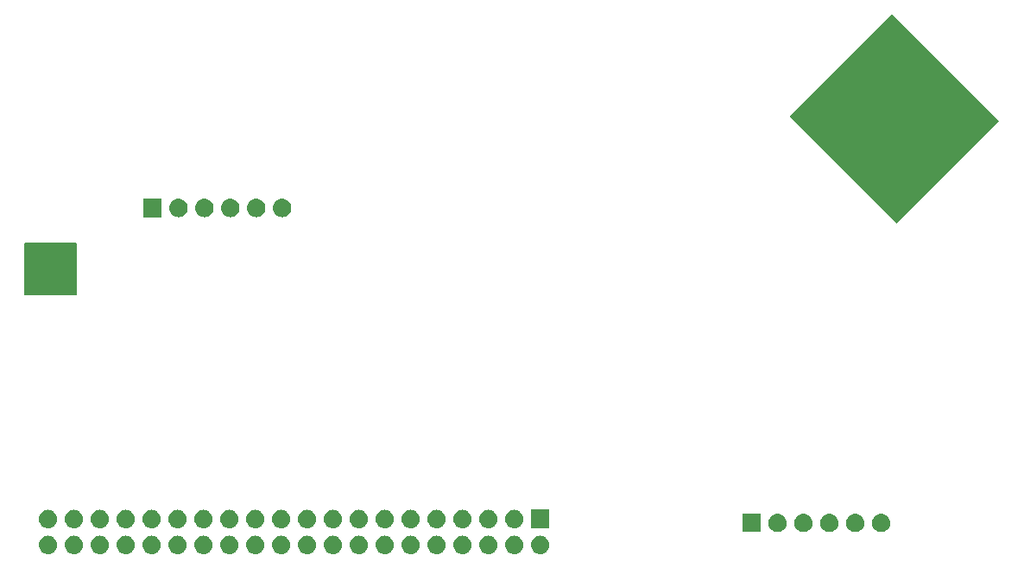
<source format=gbs>
G04 #@! TF.GenerationSoftware,KiCad,Pcbnew,(5.0.1)-4*
G04 #@! TF.CreationDate,2018-12-29T13:21:46+01:00*
G04 #@! TF.ProjectId,tomu-fpga,746F6D752D667067612E6B696361645F,EVT3b*
G04 #@! TF.SameCoordinates,Original*
G04 #@! TF.FileFunction,Soldermask,Bot*
G04 #@! TF.FilePolarity,Negative*
%FSLAX46Y46*%
G04 Gerber Fmt 4.6, Leading zero omitted, Abs format (unit mm)*
G04 Created by KiCad (PCBNEW (5.0.1)-4) date 12/29/18 13:21:46*
%MOMM*%
%LPD*%
G01*
G04 APERTURE LIST*
%ADD10C,0.150000*%
%ADD11C,0.100000*%
G04 APERTURE END LIST*
D10*
G36*
X24500000Y-48000000D02*
X29500000Y-48000000D01*
X29500000Y-53000000D01*
X24500000Y-53000000D01*
X24500000Y-48000000D01*
G37*
X24500000Y-48000000D02*
X29500000Y-48000000D01*
X29500000Y-53000000D01*
X24500000Y-53000000D01*
X24500000Y-48000000D01*
D11*
G36*
X29368362Y-76643545D02*
X29456588Y-76652234D01*
X29569789Y-76686573D01*
X29626390Y-76703743D01*
X29764980Y-76777822D01*
X29782879Y-76787389D01*
X29818609Y-76816712D01*
X29920044Y-76899956D01*
X30003288Y-77001391D01*
X30032611Y-77037121D01*
X30032612Y-77037123D01*
X30116257Y-77193610D01*
X30116257Y-77193611D01*
X30167766Y-77363412D01*
X30185158Y-77540000D01*
X30167766Y-77716588D01*
X30133427Y-77829789D01*
X30116257Y-77886390D01*
X30042178Y-78024980D01*
X30032611Y-78042879D01*
X30003288Y-78078609D01*
X29920044Y-78180044D01*
X29818609Y-78263288D01*
X29782879Y-78292611D01*
X29782877Y-78292612D01*
X29626390Y-78376257D01*
X29569789Y-78393427D01*
X29456588Y-78427766D01*
X29368362Y-78436455D01*
X29324250Y-78440800D01*
X29235750Y-78440800D01*
X29191638Y-78436455D01*
X29103412Y-78427766D01*
X28990211Y-78393427D01*
X28933610Y-78376257D01*
X28777123Y-78292612D01*
X28777121Y-78292611D01*
X28741391Y-78263288D01*
X28639956Y-78180044D01*
X28556712Y-78078609D01*
X28527389Y-78042879D01*
X28517822Y-78024980D01*
X28443743Y-77886390D01*
X28426573Y-77829789D01*
X28392234Y-77716588D01*
X28374842Y-77540000D01*
X28392234Y-77363412D01*
X28443743Y-77193611D01*
X28443743Y-77193610D01*
X28527388Y-77037123D01*
X28527389Y-77037121D01*
X28556712Y-77001391D01*
X28639956Y-76899956D01*
X28741391Y-76816712D01*
X28777121Y-76787389D01*
X28795020Y-76777822D01*
X28933610Y-76703743D01*
X28990211Y-76686573D01*
X29103412Y-76652234D01*
X29191638Y-76643545D01*
X29235750Y-76639200D01*
X29324250Y-76639200D01*
X29368362Y-76643545D01*
X29368362Y-76643545D01*
G37*
G36*
X54768362Y-76643545D02*
X54856588Y-76652234D01*
X54969789Y-76686573D01*
X55026390Y-76703743D01*
X55164980Y-76777822D01*
X55182879Y-76787389D01*
X55218609Y-76816712D01*
X55320044Y-76899956D01*
X55403288Y-77001391D01*
X55432611Y-77037121D01*
X55432612Y-77037123D01*
X55516257Y-77193610D01*
X55516257Y-77193611D01*
X55567766Y-77363412D01*
X55585158Y-77540000D01*
X55567766Y-77716588D01*
X55533427Y-77829789D01*
X55516257Y-77886390D01*
X55442178Y-78024980D01*
X55432611Y-78042879D01*
X55403288Y-78078609D01*
X55320044Y-78180044D01*
X55218609Y-78263288D01*
X55182879Y-78292611D01*
X55182877Y-78292612D01*
X55026390Y-78376257D01*
X54969789Y-78393427D01*
X54856588Y-78427766D01*
X54768362Y-78436455D01*
X54724250Y-78440800D01*
X54635750Y-78440800D01*
X54591638Y-78436455D01*
X54503412Y-78427766D01*
X54390211Y-78393427D01*
X54333610Y-78376257D01*
X54177123Y-78292612D01*
X54177121Y-78292611D01*
X54141391Y-78263288D01*
X54039956Y-78180044D01*
X53956712Y-78078609D01*
X53927389Y-78042879D01*
X53917822Y-78024980D01*
X53843743Y-77886390D01*
X53826573Y-77829789D01*
X53792234Y-77716588D01*
X53774842Y-77540000D01*
X53792234Y-77363412D01*
X53843743Y-77193611D01*
X53843743Y-77193610D01*
X53927388Y-77037123D01*
X53927389Y-77037121D01*
X53956712Y-77001391D01*
X54039956Y-76899956D01*
X54141391Y-76816712D01*
X54177121Y-76787389D01*
X54195020Y-76777822D01*
X54333610Y-76703743D01*
X54390211Y-76686573D01*
X54503412Y-76652234D01*
X54591638Y-76643545D01*
X54635750Y-76639200D01*
X54724250Y-76639200D01*
X54768362Y-76643545D01*
X54768362Y-76643545D01*
G37*
G36*
X26828362Y-76643545D02*
X26916588Y-76652234D01*
X27029789Y-76686573D01*
X27086390Y-76703743D01*
X27224980Y-76777822D01*
X27242879Y-76787389D01*
X27278609Y-76816712D01*
X27380044Y-76899956D01*
X27463288Y-77001391D01*
X27492611Y-77037121D01*
X27492612Y-77037123D01*
X27576257Y-77193610D01*
X27576257Y-77193611D01*
X27627766Y-77363412D01*
X27645158Y-77540000D01*
X27627766Y-77716588D01*
X27593427Y-77829789D01*
X27576257Y-77886390D01*
X27502178Y-78024980D01*
X27492611Y-78042879D01*
X27463288Y-78078609D01*
X27380044Y-78180044D01*
X27278609Y-78263288D01*
X27242879Y-78292611D01*
X27242877Y-78292612D01*
X27086390Y-78376257D01*
X27029789Y-78393427D01*
X26916588Y-78427766D01*
X26828362Y-78436455D01*
X26784250Y-78440800D01*
X26695750Y-78440800D01*
X26651638Y-78436455D01*
X26563412Y-78427766D01*
X26450211Y-78393427D01*
X26393610Y-78376257D01*
X26237123Y-78292612D01*
X26237121Y-78292611D01*
X26201391Y-78263288D01*
X26099956Y-78180044D01*
X26016712Y-78078609D01*
X25987389Y-78042879D01*
X25977822Y-78024980D01*
X25903743Y-77886390D01*
X25886573Y-77829789D01*
X25852234Y-77716588D01*
X25834842Y-77540000D01*
X25852234Y-77363412D01*
X25903743Y-77193611D01*
X25903743Y-77193610D01*
X25987388Y-77037123D01*
X25987389Y-77037121D01*
X26016712Y-77001391D01*
X26099956Y-76899956D01*
X26201391Y-76816712D01*
X26237121Y-76787389D01*
X26255020Y-76777822D01*
X26393610Y-76703743D01*
X26450211Y-76686573D01*
X26563412Y-76652234D01*
X26651638Y-76643545D01*
X26695750Y-76639200D01*
X26784250Y-76639200D01*
X26828362Y-76643545D01*
X26828362Y-76643545D01*
G37*
G36*
X75088362Y-76643545D02*
X75176588Y-76652234D01*
X75289789Y-76686573D01*
X75346390Y-76703743D01*
X75484980Y-76777822D01*
X75502879Y-76787389D01*
X75538609Y-76816712D01*
X75640044Y-76899956D01*
X75723288Y-77001391D01*
X75752611Y-77037121D01*
X75752612Y-77037123D01*
X75836257Y-77193610D01*
X75836257Y-77193611D01*
X75887766Y-77363412D01*
X75905158Y-77540000D01*
X75887766Y-77716588D01*
X75853427Y-77829789D01*
X75836257Y-77886390D01*
X75762178Y-78024980D01*
X75752611Y-78042879D01*
X75723288Y-78078609D01*
X75640044Y-78180044D01*
X75538609Y-78263288D01*
X75502879Y-78292611D01*
X75502877Y-78292612D01*
X75346390Y-78376257D01*
X75289789Y-78393427D01*
X75176588Y-78427766D01*
X75088362Y-78436455D01*
X75044250Y-78440800D01*
X74955750Y-78440800D01*
X74911638Y-78436455D01*
X74823412Y-78427766D01*
X74710211Y-78393427D01*
X74653610Y-78376257D01*
X74497123Y-78292612D01*
X74497121Y-78292611D01*
X74461391Y-78263288D01*
X74359956Y-78180044D01*
X74276712Y-78078609D01*
X74247389Y-78042879D01*
X74237822Y-78024980D01*
X74163743Y-77886390D01*
X74146573Y-77829789D01*
X74112234Y-77716588D01*
X74094842Y-77540000D01*
X74112234Y-77363412D01*
X74163743Y-77193611D01*
X74163743Y-77193610D01*
X74247388Y-77037123D01*
X74247389Y-77037121D01*
X74276712Y-77001391D01*
X74359956Y-76899956D01*
X74461391Y-76816712D01*
X74497121Y-76787389D01*
X74515020Y-76777822D01*
X74653610Y-76703743D01*
X74710211Y-76686573D01*
X74823412Y-76652234D01*
X74911638Y-76643545D01*
X74955750Y-76639200D01*
X75044250Y-76639200D01*
X75088362Y-76643545D01*
X75088362Y-76643545D01*
G37*
G36*
X72548362Y-76643545D02*
X72636588Y-76652234D01*
X72749789Y-76686573D01*
X72806390Y-76703743D01*
X72944980Y-76777822D01*
X72962879Y-76787389D01*
X72998609Y-76816712D01*
X73100044Y-76899956D01*
X73183288Y-77001391D01*
X73212611Y-77037121D01*
X73212612Y-77037123D01*
X73296257Y-77193610D01*
X73296257Y-77193611D01*
X73347766Y-77363412D01*
X73365158Y-77540000D01*
X73347766Y-77716588D01*
X73313427Y-77829789D01*
X73296257Y-77886390D01*
X73222178Y-78024980D01*
X73212611Y-78042879D01*
X73183288Y-78078609D01*
X73100044Y-78180044D01*
X72998609Y-78263288D01*
X72962879Y-78292611D01*
X72962877Y-78292612D01*
X72806390Y-78376257D01*
X72749789Y-78393427D01*
X72636588Y-78427766D01*
X72548362Y-78436455D01*
X72504250Y-78440800D01*
X72415750Y-78440800D01*
X72371638Y-78436455D01*
X72283412Y-78427766D01*
X72170211Y-78393427D01*
X72113610Y-78376257D01*
X71957123Y-78292612D01*
X71957121Y-78292611D01*
X71921391Y-78263288D01*
X71819956Y-78180044D01*
X71736712Y-78078609D01*
X71707389Y-78042879D01*
X71697822Y-78024980D01*
X71623743Y-77886390D01*
X71606573Y-77829789D01*
X71572234Y-77716588D01*
X71554842Y-77540000D01*
X71572234Y-77363412D01*
X71623743Y-77193611D01*
X71623743Y-77193610D01*
X71707388Y-77037123D01*
X71707389Y-77037121D01*
X71736712Y-77001391D01*
X71819956Y-76899956D01*
X71921391Y-76816712D01*
X71957121Y-76787389D01*
X71975020Y-76777822D01*
X72113610Y-76703743D01*
X72170211Y-76686573D01*
X72283412Y-76652234D01*
X72371638Y-76643545D01*
X72415750Y-76639200D01*
X72504250Y-76639200D01*
X72548362Y-76643545D01*
X72548362Y-76643545D01*
G37*
G36*
X70008362Y-76643545D02*
X70096588Y-76652234D01*
X70209789Y-76686573D01*
X70266390Y-76703743D01*
X70404980Y-76777822D01*
X70422879Y-76787389D01*
X70458609Y-76816712D01*
X70560044Y-76899956D01*
X70643288Y-77001391D01*
X70672611Y-77037121D01*
X70672612Y-77037123D01*
X70756257Y-77193610D01*
X70756257Y-77193611D01*
X70807766Y-77363412D01*
X70825158Y-77540000D01*
X70807766Y-77716588D01*
X70773427Y-77829789D01*
X70756257Y-77886390D01*
X70682178Y-78024980D01*
X70672611Y-78042879D01*
X70643288Y-78078609D01*
X70560044Y-78180044D01*
X70458609Y-78263288D01*
X70422879Y-78292611D01*
X70422877Y-78292612D01*
X70266390Y-78376257D01*
X70209789Y-78393427D01*
X70096588Y-78427766D01*
X70008362Y-78436455D01*
X69964250Y-78440800D01*
X69875750Y-78440800D01*
X69831638Y-78436455D01*
X69743412Y-78427766D01*
X69630211Y-78393427D01*
X69573610Y-78376257D01*
X69417123Y-78292612D01*
X69417121Y-78292611D01*
X69381391Y-78263288D01*
X69279956Y-78180044D01*
X69196712Y-78078609D01*
X69167389Y-78042879D01*
X69157822Y-78024980D01*
X69083743Y-77886390D01*
X69066573Y-77829789D01*
X69032234Y-77716588D01*
X69014842Y-77540000D01*
X69032234Y-77363412D01*
X69083743Y-77193611D01*
X69083743Y-77193610D01*
X69167388Y-77037123D01*
X69167389Y-77037121D01*
X69196712Y-77001391D01*
X69279956Y-76899956D01*
X69381391Y-76816712D01*
X69417121Y-76787389D01*
X69435020Y-76777822D01*
X69573610Y-76703743D01*
X69630211Y-76686573D01*
X69743412Y-76652234D01*
X69831638Y-76643545D01*
X69875750Y-76639200D01*
X69964250Y-76639200D01*
X70008362Y-76643545D01*
X70008362Y-76643545D01*
G37*
G36*
X67468362Y-76643545D02*
X67556588Y-76652234D01*
X67669789Y-76686573D01*
X67726390Y-76703743D01*
X67864980Y-76777822D01*
X67882879Y-76787389D01*
X67918609Y-76816712D01*
X68020044Y-76899956D01*
X68103288Y-77001391D01*
X68132611Y-77037121D01*
X68132612Y-77037123D01*
X68216257Y-77193610D01*
X68216257Y-77193611D01*
X68267766Y-77363412D01*
X68285158Y-77540000D01*
X68267766Y-77716588D01*
X68233427Y-77829789D01*
X68216257Y-77886390D01*
X68142178Y-78024980D01*
X68132611Y-78042879D01*
X68103288Y-78078609D01*
X68020044Y-78180044D01*
X67918609Y-78263288D01*
X67882879Y-78292611D01*
X67882877Y-78292612D01*
X67726390Y-78376257D01*
X67669789Y-78393427D01*
X67556588Y-78427766D01*
X67468362Y-78436455D01*
X67424250Y-78440800D01*
X67335750Y-78440800D01*
X67291638Y-78436455D01*
X67203412Y-78427766D01*
X67090211Y-78393427D01*
X67033610Y-78376257D01*
X66877123Y-78292612D01*
X66877121Y-78292611D01*
X66841391Y-78263288D01*
X66739956Y-78180044D01*
X66656712Y-78078609D01*
X66627389Y-78042879D01*
X66617822Y-78024980D01*
X66543743Y-77886390D01*
X66526573Y-77829789D01*
X66492234Y-77716588D01*
X66474842Y-77540000D01*
X66492234Y-77363412D01*
X66543743Y-77193611D01*
X66543743Y-77193610D01*
X66627388Y-77037123D01*
X66627389Y-77037121D01*
X66656712Y-77001391D01*
X66739956Y-76899956D01*
X66841391Y-76816712D01*
X66877121Y-76787389D01*
X66895020Y-76777822D01*
X67033610Y-76703743D01*
X67090211Y-76686573D01*
X67203412Y-76652234D01*
X67291638Y-76643545D01*
X67335750Y-76639200D01*
X67424250Y-76639200D01*
X67468362Y-76643545D01*
X67468362Y-76643545D01*
G37*
G36*
X64928362Y-76643545D02*
X65016588Y-76652234D01*
X65129789Y-76686573D01*
X65186390Y-76703743D01*
X65324980Y-76777822D01*
X65342879Y-76787389D01*
X65378609Y-76816712D01*
X65480044Y-76899956D01*
X65563288Y-77001391D01*
X65592611Y-77037121D01*
X65592612Y-77037123D01*
X65676257Y-77193610D01*
X65676257Y-77193611D01*
X65727766Y-77363412D01*
X65745158Y-77540000D01*
X65727766Y-77716588D01*
X65693427Y-77829789D01*
X65676257Y-77886390D01*
X65602178Y-78024980D01*
X65592611Y-78042879D01*
X65563288Y-78078609D01*
X65480044Y-78180044D01*
X65378609Y-78263288D01*
X65342879Y-78292611D01*
X65342877Y-78292612D01*
X65186390Y-78376257D01*
X65129789Y-78393427D01*
X65016588Y-78427766D01*
X64928362Y-78436455D01*
X64884250Y-78440800D01*
X64795750Y-78440800D01*
X64751638Y-78436455D01*
X64663412Y-78427766D01*
X64550211Y-78393427D01*
X64493610Y-78376257D01*
X64337123Y-78292612D01*
X64337121Y-78292611D01*
X64301391Y-78263288D01*
X64199956Y-78180044D01*
X64116712Y-78078609D01*
X64087389Y-78042879D01*
X64077822Y-78024980D01*
X64003743Y-77886390D01*
X63986573Y-77829789D01*
X63952234Y-77716588D01*
X63934842Y-77540000D01*
X63952234Y-77363412D01*
X64003743Y-77193611D01*
X64003743Y-77193610D01*
X64087388Y-77037123D01*
X64087389Y-77037121D01*
X64116712Y-77001391D01*
X64199956Y-76899956D01*
X64301391Y-76816712D01*
X64337121Y-76787389D01*
X64355020Y-76777822D01*
X64493610Y-76703743D01*
X64550211Y-76686573D01*
X64663412Y-76652234D01*
X64751638Y-76643545D01*
X64795750Y-76639200D01*
X64884250Y-76639200D01*
X64928362Y-76643545D01*
X64928362Y-76643545D01*
G37*
G36*
X62388362Y-76643545D02*
X62476588Y-76652234D01*
X62589789Y-76686573D01*
X62646390Y-76703743D01*
X62784980Y-76777822D01*
X62802879Y-76787389D01*
X62838609Y-76816712D01*
X62940044Y-76899956D01*
X63023288Y-77001391D01*
X63052611Y-77037121D01*
X63052612Y-77037123D01*
X63136257Y-77193610D01*
X63136257Y-77193611D01*
X63187766Y-77363412D01*
X63205158Y-77540000D01*
X63187766Y-77716588D01*
X63153427Y-77829789D01*
X63136257Y-77886390D01*
X63062178Y-78024980D01*
X63052611Y-78042879D01*
X63023288Y-78078609D01*
X62940044Y-78180044D01*
X62838609Y-78263288D01*
X62802879Y-78292611D01*
X62802877Y-78292612D01*
X62646390Y-78376257D01*
X62589789Y-78393427D01*
X62476588Y-78427766D01*
X62388362Y-78436455D01*
X62344250Y-78440800D01*
X62255750Y-78440800D01*
X62211638Y-78436455D01*
X62123412Y-78427766D01*
X62010211Y-78393427D01*
X61953610Y-78376257D01*
X61797123Y-78292612D01*
X61797121Y-78292611D01*
X61761391Y-78263288D01*
X61659956Y-78180044D01*
X61576712Y-78078609D01*
X61547389Y-78042879D01*
X61537822Y-78024980D01*
X61463743Y-77886390D01*
X61446573Y-77829789D01*
X61412234Y-77716588D01*
X61394842Y-77540000D01*
X61412234Y-77363412D01*
X61463743Y-77193611D01*
X61463743Y-77193610D01*
X61547388Y-77037123D01*
X61547389Y-77037121D01*
X61576712Y-77001391D01*
X61659956Y-76899956D01*
X61761391Y-76816712D01*
X61797121Y-76787389D01*
X61815020Y-76777822D01*
X61953610Y-76703743D01*
X62010211Y-76686573D01*
X62123412Y-76652234D01*
X62211638Y-76643545D01*
X62255750Y-76639200D01*
X62344250Y-76639200D01*
X62388362Y-76643545D01*
X62388362Y-76643545D01*
G37*
G36*
X59848362Y-76643545D02*
X59936588Y-76652234D01*
X60049789Y-76686573D01*
X60106390Y-76703743D01*
X60244980Y-76777822D01*
X60262879Y-76787389D01*
X60298609Y-76816712D01*
X60400044Y-76899956D01*
X60483288Y-77001391D01*
X60512611Y-77037121D01*
X60512612Y-77037123D01*
X60596257Y-77193610D01*
X60596257Y-77193611D01*
X60647766Y-77363412D01*
X60665158Y-77540000D01*
X60647766Y-77716588D01*
X60613427Y-77829789D01*
X60596257Y-77886390D01*
X60522178Y-78024980D01*
X60512611Y-78042879D01*
X60483288Y-78078609D01*
X60400044Y-78180044D01*
X60298609Y-78263288D01*
X60262879Y-78292611D01*
X60262877Y-78292612D01*
X60106390Y-78376257D01*
X60049789Y-78393427D01*
X59936588Y-78427766D01*
X59848362Y-78436455D01*
X59804250Y-78440800D01*
X59715750Y-78440800D01*
X59671638Y-78436455D01*
X59583412Y-78427766D01*
X59470211Y-78393427D01*
X59413610Y-78376257D01*
X59257123Y-78292612D01*
X59257121Y-78292611D01*
X59221391Y-78263288D01*
X59119956Y-78180044D01*
X59036712Y-78078609D01*
X59007389Y-78042879D01*
X58997822Y-78024980D01*
X58923743Y-77886390D01*
X58906573Y-77829789D01*
X58872234Y-77716588D01*
X58854842Y-77540000D01*
X58872234Y-77363412D01*
X58923743Y-77193611D01*
X58923743Y-77193610D01*
X59007388Y-77037123D01*
X59007389Y-77037121D01*
X59036712Y-77001391D01*
X59119956Y-76899956D01*
X59221391Y-76816712D01*
X59257121Y-76787389D01*
X59275020Y-76777822D01*
X59413610Y-76703743D01*
X59470211Y-76686573D01*
X59583412Y-76652234D01*
X59671638Y-76643545D01*
X59715750Y-76639200D01*
X59804250Y-76639200D01*
X59848362Y-76643545D01*
X59848362Y-76643545D01*
G37*
G36*
X57308362Y-76643545D02*
X57396588Y-76652234D01*
X57509789Y-76686573D01*
X57566390Y-76703743D01*
X57704980Y-76777822D01*
X57722879Y-76787389D01*
X57758609Y-76816712D01*
X57860044Y-76899956D01*
X57943288Y-77001391D01*
X57972611Y-77037121D01*
X57972612Y-77037123D01*
X58056257Y-77193610D01*
X58056257Y-77193611D01*
X58107766Y-77363412D01*
X58125158Y-77540000D01*
X58107766Y-77716588D01*
X58073427Y-77829789D01*
X58056257Y-77886390D01*
X57982178Y-78024980D01*
X57972611Y-78042879D01*
X57943288Y-78078609D01*
X57860044Y-78180044D01*
X57758609Y-78263288D01*
X57722879Y-78292611D01*
X57722877Y-78292612D01*
X57566390Y-78376257D01*
X57509789Y-78393427D01*
X57396588Y-78427766D01*
X57308362Y-78436455D01*
X57264250Y-78440800D01*
X57175750Y-78440800D01*
X57131638Y-78436455D01*
X57043412Y-78427766D01*
X56930211Y-78393427D01*
X56873610Y-78376257D01*
X56717123Y-78292612D01*
X56717121Y-78292611D01*
X56681391Y-78263288D01*
X56579956Y-78180044D01*
X56496712Y-78078609D01*
X56467389Y-78042879D01*
X56457822Y-78024980D01*
X56383743Y-77886390D01*
X56366573Y-77829789D01*
X56332234Y-77716588D01*
X56314842Y-77540000D01*
X56332234Y-77363412D01*
X56383743Y-77193611D01*
X56383743Y-77193610D01*
X56467388Y-77037123D01*
X56467389Y-77037121D01*
X56496712Y-77001391D01*
X56579956Y-76899956D01*
X56681391Y-76816712D01*
X56717121Y-76787389D01*
X56735020Y-76777822D01*
X56873610Y-76703743D01*
X56930211Y-76686573D01*
X57043412Y-76652234D01*
X57131638Y-76643545D01*
X57175750Y-76639200D01*
X57264250Y-76639200D01*
X57308362Y-76643545D01*
X57308362Y-76643545D01*
G37*
G36*
X52228362Y-76643545D02*
X52316588Y-76652234D01*
X52429789Y-76686573D01*
X52486390Y-76703743D01*
X52624980Y-76777822D01*
X52642879Y-76787389D01*
X52678609Y-76816712D01*
X52780044Y-76899956D01*
X52863288Y-77001391D01*
X52892611Y-77037121D01*
X52892612Y-77037123D01*
X52976257Y-77193610D01*
X52976257Y-77193611D01*
X53027766Y-77363412D01*
X53045158Y-77540000D01*
X53027766Y-77716588D01*
X52993427Y-77829789D01*
X52976257Y-77886390D01*
X52902178Y-78024980D01*
X52892611Y-78042879D01*
X52863288Y-78078609D01*
X52780044Y-78180044D01*
X52678609Y-78263288D01*
X52642879Y-78292611D01*
X52642877Y-78292612D01*
X52486390Y-78376257D01*
X52429789Y-78393427D01*
X52316588Y-78427766D01*
X52228362Y-78436455D01*
X52184250Y-78440800D01*
X52095750Y-78440800D01*
X52051638Y-78436455D01*
X51963412Y-78427766D01*
X51850211Y-78393427D01*
X51793610Y-78376257D01*
X51637123Y-78292612D01*
X51637121Y-78292611D01*
X51601391Y-78263288D01*
X51499956Y-78180044D01*
X51416712Y-78078609D01*
X51387389Y-78042879D01*
X51377822Y-78024980D01*
X51303743Y-77886390D01*
X51286573Y-77829789D01*
X51252234Y-77716588D01*
X51234842Y-77540000D01*
X51252234Y-77363412D01*
X51303743Y-77193611D01*
X51303743Y-77193610D01*
X51387388Y-77037123D01*
X51387389Y-77037121D01*
X51416712Y-77001391D01*
X51499956Y-76899956D01*
X51601391Y-76816712D01*
X51637121Y-76787389D01*
X51655020Y-76777822D01*
X51793610Y-76703743D01*
X51850211Y-76686573D01*
X51963412Y-76652234D01*
X52051638Y-76643545D01*
X52095750Y-76639200D01*
X52184250Y-76639200D01*
X52228362Y-76643545D01*
X52228362Y-76643545D01*
G37*
G36*
X49688362Y-76643545D02*
X49776588Y-76652234D01*
X49889789Y-76686573D01*
X49946390Y-76703743D01*
X50084980Y-76777822D01*
X50102879Y-76787389D01*
X50138609Y-76816712D01*
X50240044Y-76899956D01*
X50323288Y-77001391D01*
X50352611Y-77037121D01*
X50352612Y-77037123D01*
X50436257Y-77193610D01*
X50436257Y-77193611D01*
X50487766Y-77363412D01*
X50505158Y-77540000D01*
X50487766Y-77716588D01*
X50453427Y-77829789D01*
X50436257Y-77886390D01*
X50362178Y-78024980D01*
X50352611Y-78042879D01*
X50323288Y-78078609D01*
X50240044Y-78180044D01*
X50138609Y-78263288D01*
X50102879Y-78292611D01*
X50102877Y-78292612D01*
X49946390Y-78376257D01*
X49889789Y-78393427D01*
X49776588Y-78427766D01*
X49688362Y-78436455D01*
X49644250Y-78440800D01*
X49555750Y-78440800D01*
X49511638Y-78436455D01*
X49423412Y-78427766D01*
X49310211Y-78393427D01*
X49253610Y-78376257D01*
X49097123Y-78292612D01*
X49097121Y-78292611D01*
X49061391Y-78263288D01*
X48959956Y-78180044D01*
X48876712Y-78078609D01*
X48847389Y-78042879D01*
X48837822Y-78024980D01*
X48763743Y-77886390D01*
X48746573Y-77829789D01*
X48712234Y-77716588D01*
X48694842Y-77540000D01*
X48712234Y-77363412D01*
X48763743Y-77193611D01*
X48763743Y-77193610D01*
X48847388Y-77037123D01*
X48847389Y-77037121D01*
X48876712Y-77001391D01*
X48959956Y-76899956D01*
X49061391Y-76816712D01*
X49097121Y-76787389D01*
X49115020Y-76777822D01*
X49253610Y-76703743D01*
X49310211Y-76686573D01*
X49423412Y-76652234D01*
X49511638Y-76643545D01*
X49555750Y-76639200D01*
X49644250Y-76639200D01*
X49688362Y-76643545D01*
X49688362Y-76643545D01*
G37*
G36*
X47148362Y-76643545D02*
X47236588Y-76652234D01*
X47349789Y-76686573D01*
X47406390Y-76703743D01*
X47544980Y-76777822D01*
X47562879Y-76787389D01*
X47598609Y-76816712D01*
X47700044Y-76899956D01*
X47783288Y-77001391D01*
X47812611Y-77037121D01*
X47812612Y-77037123D01*
X47896257Y-77193610D01*
X47896257Y-77193611D01*
X47947766Y-77363412D01*
X47965158Y-77540000D01*
X47947766Y-77716588D01*
X47913427Y-77829789D01*
X47896257Y-77886390D01*
X47822178Y-78024980D01*
X47812611Y-78042879D01*
X47783288Y-78078609D01*
X47700044Y-78180044D01*
X47598609Y-78263288D01*
X47562879Y-78292611D01*
X47562877Y-78292612D01*
X47406390Y-78376257D01*
X47349789Y-78393427D01*
X47236588Y-78427766D01*
X47148362Y-78436455D01*
X47104250Y-78440800D01*
X47015750Y-78440800D01*
X46971638Y-78436455D01*
X46883412Y-78427766D01*
X46770211Y-78393427D01*
X46713610Y-78376257D01*
X46557123Y-78292612D01*
X46557121Y-78292611D01*
X46521391Y-78263288D01*
X46419956Y-78180044D01*
X46336712Y-78078609D01*
X46307389Y-78042879D01*
X46297822Y-78024980D01*
X46223743Y-77886390D01*
X46206573Y-77829789D01*
X46172234Y-77716588D01*
X46154842Y-77540000D01*
X46172234Y-77363412D01*
X46223743Y-77193611D01*
X46223743Y-77193610D01*
X46307388Y-77037123D01*
X46307389Y-77037121D01*
X46336712Y-77001391D01*
X46419956Y-76899956D01*
X46521391Y-76816712D01*
X46557121Y-76787389D01*
X46575020Y-76777822D01*
X46713610Y-76703743D01*
X46770211Y-76686573D01*
X46883412Y-76652234D01*
X46971638Y-76643545D01*
X47015750Y-76639200D01*
X47104250Y-76639200D01*
X47148362Y-76643545D01*
X47148362Y-76643545D01*
G37*
G36*
X44608362Y-76643545D02*
X44696588Y-76652234D01*
X44809789Y-76686573D01*
X44866390Y-76703743D01*
X45004980Y-76777822D01*
X45022879Y-76787389D01*
X45058609Y-76816712D01*
X45160044Y-76899956D01*
X45243288Y-77001391D01*
X45272611Y-77037121D01*
X45272612Y-77037123D01*
X45356257Y-77193610D01*
X45356257Y-77193611D01*
X45407766Y-77363412D01*
X45425158Y-77540000D01*
X45407766Y-77716588D01*
X45373427Y-77829789D01*
X45356257Y-77886390D01*
X45282178Y-78024980D01*
X45272611Y-78042879D01*
X45243288Y-78078609D01*
X45160044Y-78180044D01*
X45058609Y-78263288D01*
X45022879Y-78292611D01*
X45022877Y-78292612D01*
X44866390Y-78376257D01*
X44809789Y-78393427D01*
X44696588Y-78427766D01*
X44608362Y-78436455D01*
X44564250Y-78440800D01*
X44475750Y-78440800D01*
X44431638Y-78436455D01*
X44343412Y-78427766D01*
X44230211Y-78393427D01*
X44173610Y-78376257D01*
X44017123Y-78292612D01*
X44017121Y-78292611D01*
X43981391Y-78263288D01*
X43879956Y-78180044D01*
X43796712Y-78078609D01*
X43767389Y-78042879D01*
X43757822Y-78024980D01*
X43683743Y-77886390D01*
X43666573Y-77829789D01*
X43632234Y-77716588D01*
X43614842Y-77540000D01*
X43632234Y-77363412D01*
X43683743Y-77193611D01*
X43683743Y-77193610D01*
X43767388Y-77037123D01*
X43767389Y-77037121D01*
X43796712Y-77001391D01*
X43879956Y-76899956D01*
X43981391Y-76816712D01*
X44017121Y-76787389D01*
X44035020Y-76777822D01*
X44173610Y-76703743D01*
X44230211Y-76686573D01*
X44343412Y-76652234D01*
X44431638Y-76643545D01*
X44475750Y-76639200D01*
X44564250Y-76639200D01*
X44608362Y-76643545D01*
X44608362Y-76643545D01*
G37*
G36*
X42068362Y-76643545D02*
X42156588Y-76652234D01*
X42269789Y-76686573D01*
X42326390Y-76703743D01*
X42464980Y-76777822D01*
X42482879Y-76787389D01*
X42518609Y-76816712D01*
X42620044Y-76899956D01*
X42703288Y-77001391D01*
X42732611Y-77037121D01*
X42732612Y-77037123D01*
X42816257Y-77193610D01*
X42816257Y-77193611D01*
X42867766Y-77363412D01*
X42885158Y-77540000D01*
X42867766Y-77716588D01*
X42833427Y-77829789D01*
X42816257Y-77886390D01*
X42742178Y-78024980D01*
X42732611Y-78042879D01*
X42703288Y-78078609D01*
X42620044Y-78180044D01*
X42518609Y-78263288D01*
X42482879Y-78292611D01*
X42482877Y-78292612D01*
X42326390Y-78376257D01*
X42269789Y-78393427D01*
X42156588Y-78427766D01*
X42068362Y-78436455D01*
X42024250Y-78440800D01*
X41935750Y-78440800D01*
X41891638Y-78436455D01*
X41803412Y-78427766D01*
X41690211Y-78393427D01*
X41633610Y-78376257D01*
X41477123Y-78292612D01*
X41477121Y-78292611D01*
X41441391Y-78263288D01*
X41339956Y-78180044D01*
X41256712Y-78078609D01*
X41227389Y-78042879D01*
X41217822Y-78024980D01*
X41143743Y-77886390D01*
X41126573Y-77829789D01*
X41092234Y-77716588D01*
X41074842Y-77540000D01*
X41092234Y-77363412D01*
X41143743Y-77193611D01*
X41143743Y-77193610D01*
X41227388Y-77037123D01*
X41227389Y-77037121D01*
X41256712Y-77001391D01*
X41339956Y-76899956D01*
X41441391Y-76816712D01*
X41477121Y-76787389D01*
X41495020Y-76777822D01*
X41633610Y-76703743D01*
X41690211Y-76686573D01*
X41803412Y-76652234D01*
X41891638Y-76643545D01*
X41935750Y-76639200D01*
X42024250Y-76639200D01*
X42068362Y-76643545D01*
X42068362Y-76643545D01*
G37*
G36*
X39528362Y-76643545D02*
X39616588Y-76652234D01*
X39729789Y-76686573D01*
X39786390Y-76703743D01*
X39924980Y-76777822D01*
X39942879Y-76787389D01*
X39978609Y-76816712D01*
X40080044Y-76899956D01*
X40163288Y-77001391D01*
X40192611Y-77037121D01*
X40192612Y-77037123D01*
X40276257Y-77193610D01*
X40276257Y-77193611D01*
X40327766Y-77363412D01*
X40345158Y-77540000D01*
X40327766Y-77716588D01*
X40293427Y-77829789D01*
X40276257Y-77886390D01*
X40202178Y-78024980D01*
X40192611Y-78042879D01*
X40163288Y-78078609D01*
X40080044Y-78180044D01*
X39978609Y-78263288D01*
X39942879Y-78292611D01*
X39942877Y-78292612D01*
X39786390Y-78376257D01*
X39729789Y-78393427D01*
X39616588Y-78427766D01*
X39528362Y-78436455D01*
X39484250Y-78440800D01*
X39395750Y-78440800D01*
X39351638Y-78436455D01*
X39263412Y-78427766D01*
X39150211Y-78393427D01*
X39093610Y-78376257D01*
X38937123Y-78292612D01*
X38937121Y-78292611D01*
X38901391Y-78263288D01*
X38799956Y-78180044D01*
X38716712Y-78078609D01*
X38687389Y-78042879D01*
X38677822Y-78024980D01*
X38603743Y-77886390D01*
X38586573Y-77829789D01*
X38552234Y-77716588D01*
X38534842Y-77540000D01*
X38552234Y-77363412D01*
X38603743Y-77193611D01*
X38603743Y-77193610D01*
X38687388Y-77037123D01*
X38687389Y-77037121D01*
X38716712Y-77001391D01*
X38799956Y-76899956D01*
X38901391Y-76816712D01*
X38937121Y-76787389D01*
X38955020Y-76777822D01*
X39093610Y-76703743D01*
X39150211Y-76686573D01*
X39263412Y-76652234D01*
X39351638Y-76643545D01*
X39395750Y-76639200D01*
X39484250Y-76639200D01*
X39528362Y-76643545D01*
X39528362Y-76643545D01*
G37*
G36*
X36988362Y-76643545D02*
X37076588Y-76652234D01*
X37189789Y-76686573D01*
X37246390Y-76703743D01*
X37384980Y-76777822D01*
X37402879Y-76787389D01*
X37438609Y-76816712D01*
X37540044Y-76899956D01*
X37623288Y-77001391D01*
X37652611Y-77037121D01*
X37652612Y-77037123D01*
X37736257Y-77193610D01*
X37736257Y-77193611D01*
X37787766Y-77363412D01*
X37805158Y-77540000D01*
X37787766Y-77716588D01*
X37753427Y-77829789D01*
X37736257Y-77886390D01*
X37662178Y-78024980D01*
X37652611Y-78042879D01*
X37623288Y-78078609D01*
X37540044Y-78180044D01*
X37438609Y-78263288D01*
X37402879Y-78292611D01*
X37402877Y-78292612D01*
X37246390Y-78376257D01*
X37189789Y-78393427D01*
X37076588Y-78427766D01*
X36988362Y-78436455D01*
X36944250Y-78440800D01*
X36855750Y-78440800D01*
X36811638Y-78436455D01*
X36723412Y-78427766D01*
X36610211Y-78393427D01*
X36553610Y-78376257D01*
X36397123Y-78292612D01*
X36397121Y-78292611D01*
X36361391Y-78263288D01*
X36259956Y-78180044D01*
X36176712Y-78078609D01*
X36147389Y-78042879D01*
X36137822Y-78024980D01*
X36063743Y-77886390D01*
X36046573Y-77829789D01*
X36012234Y-77716588D01*
X35994842Y-77540000D01*
X36012234Y-77363412D01*
X36063743Y-77193611D01*
X36063743Y-77193610D01*
X36147388Y-77037123D01*
X36147389Y-77037121D01*
X36176712Y-77001391D01*
X36259956Y-76899956D01*
X36361391Y-76816712D01*
X36397121Y-76787389D01*
X36415020Y-76777822D01*
X36553610Y-76703743D01*
X36610211Y-76686573D01*
X36723412Y-76652234D01*
X36811638Y-76643545D01*
X36855750Y-76639200D01*
X36944250Y-76639200D01*
X36988362Y-76643545D01*
X36988362Y-76643545D01*
G37*
G36*
X31908362Y-76643545D02*
X31996588Y-76652234D01*
X32109789Y-76686573D01*
X32166390Y-76703743D01*
X32304980Y-76777822D01*
X32322879Y-76787389D01*
X32358609Y-76816712D01*
X32460044Y-76899956D01*
X32543288Y-77001391D01*
X32572611Y-77037121D01*
X32572612Y-77037123D01*
X32656257Y-77193610D01*
X32656257Y-77193611D01*
X32707766Y-77363412D01*
X32725158Y-77540000D01*
X32707766Y-77716588D01*
X32673427Y-77829789D01*
X32656257Y-77886390D01*
X32582178Y-78024980D01*
X32572611Y-78042879D01*
X32543288Y-78078609D01*
X32460044Y-78180044D01*
X32358609Y-78263288D01*
X32322879Y-78292611D01*
X32322877Y-78292612D01*
X32166390Y-78376257D01*
X32109789Y-78393427D01*
X31996588Y-78427766D01*
X31908362Y-78436455D01*
X31864250Y-78440800D01*
X31775750Y-78440800D01*
X31731638Y-78436455D01*
X31643412Y-78427766D01*
X31530211Y-78393427D01*
X31473610Y-78376257D01*
X31317123Y-78292612D01*
X31317121Y-78292611D01*
X31281391Y-78263288D01*
X31179956Y-78180044D01*
X31096712Y-78078609D01*
X31067389Y-78042879D01*
X31057822Y-78024980D01*
X30983743Y-77886390D01*
X30966573Y-77829789D01*
X30932234Y-77716588D01*
X30914842Y-77540000D01*
X30932234Y-77363412D01*
X30983743Y-77193611D01*
X30983743Y-77193610D01*
X31067388Y-77037123D01*
X31067389Y-77037121D01*
X31096712Y-77001391D01*
X31179956Y-76899956D01*
X31281391Y-76816712D01*
X31317121Y-76787389D01*
X31335020Y-76777822D01*
X31473610Y-76703743D01*
X31530211Y-76686573D01*
X31643412Y-76652234D01*
X31731638Y-76643545D01*
X31775750Y-76639200D01*
X31864250Y-76639200D01*
X31908362Y-76643545D01*
X31908362Y-76643545D01*
G37*
G36*
X34448362Y-76643545D02*
X34536588Y-76652234D01*
X34649789Y-76686573D01*
X34706390Y-76703743D01*
X34844980Y-76777822D01*
X34862879Y-76787389D01*
X34898609Y-76816712D01*
X35000044Y-76899956D01*
X35083288Y-77001391D01*
X35112611Y-77037121D01*
X35112612Y-77037123D01*
X35196257Y-77193610D01*
X35196257Y-77193611D01*
X35247766Y-77363412D01*
X35265158Y-77540000D01*
X35247766Y-77716588D01*
X35213427Y-77829789D01*
X35196257Y-77886390D01*
X35122178Y-78024980D01*
X35112611Y-78042879D01*
X35083288Y-78078609D01*
X35000044Y-78180044D01*
X34898609Y-78263288D01*
X34862879Y-78292611D01*
X34862877Y-78292612D01*
X34706390Y-78376257D01*
X34649789Y-78393427D01*
X34536588Y-78427766D01*
X34448362Y-78436455D01*
X34404250Y-78440800D01*
X34315750Y-78440800D01*
X34271638Y-78436455D01*
X34183412Y-78427766D01*
X34070211Y-78393427D01*
X34013610Y-78376257D01*
X33857123Y-78292612D01*
X33857121Y-78292611D01*
X33821391Y-78263288D01*
X33719956Y-78180044D01*
X33636712Y-78078609D01*
X33607389Y-78042879D01*
X33597822Y-78024980D01*
X33523743Y-77886390D01*
X33506573Y-77829789D01*
X33472234Y-77716588D01*
X33454842Y-77540000D01*
X33472234Y-77363412D01*
X33523743Y-77193611D01*
X33523743Y-77193610D01*
X33607388Y-77037123D01*
X33607389Y-77037121D01*
X33636712Y-77001391D01*
X33719956Y-76899956D01*
X33821391Y-76816712D01*
X33857121Y-76787389D01*
X33875020Y-76777822D01*
X34013610Y-76703743D01*
X34070211Y-76686573D01*
X34183412Y-76652234D01*
X34271638Y-76643545D01*
X34315750Y-76639200D01*
X34404250Y-76639200D01*
X34448362Y-76643545D01*
X34448362Y-76643545D01*
G37*
G36*
X103438362Y-74483545D02*
X103526588Y-74492234D01*
X103639789Y-74526573D01*
X103696390Y-74543743D01*
X103834980Y-74617822D01*
X103852879Y-74627389D01*
X103884829Y-74653610D01*
X103990044Y-74739956D01*
X104058533Y-74823412D01*
X104102611Y-74877121D01*
X104102612Y-74877123D01*
X104186257Y-75033610D01*
X104186257Y-75033611D01*
X104237766Y-75203412D01*
X104255158Y-75380000D01*
X104237766Y-75556588D01*
X104212450Y-75640043D01*
X104186257Y-75726390D01*
X104127531Y-75836257D01*
X104102611Y-75882879D01*
X104073288Y-75918609D01*
X103990044Y-76020044D01*
X103888609Y-76103288D01*
X103852879Y-76132611D01*
X103852877Y-76132612D01*
X103696390Y-76216257D01*
X103639789Y-76233427D01*
X103526588Y-76267766D01*
X103438362Y-76276455D01*
X103394250Y-76280800D01*
X103305750Y-76280800D01*
X103261638Y-76276455D01*
X103173412Y-76267766D01*
X103060211Y-76233427D01*
X103003610Y-76216257D01*
X102847123Y-76132612D01*
X102847121Y-76132611D01*
X102811391Y-76103288D01*
X102709956Y-76020044D01*
X102626712Y-75918609D01*
X102597389Y-75882879D01*
X102572469Y-75836257D01*
X102513743Y-75726390D01*
X102487550Y-75640043D01*
X102462234Y-75556588D01*
X102444842Y-75380000D01*
X102462234Y-75203412D01*
X102513743Y-75033611D01*
X102513743Y-75033610D01*
X102597388Y-74877123D01*
X102597389Y-74877121D01*
X102641467Y-74823412D01*
X102709956Y-74739956D01*
X102815171Y-74653610D01*
X102847121Y-74627389D01*
X102865020Y-74617822D01*
X103003610Y-74543743D01*
X103060211Y-74526573D01*
X103173412Y-74492234D01*
X103261638Y-74483545D01*
X103305750Y-74479200D01*
X103394250Y-74479200D01*
X103438362Y-74483545D01*
X103438362Y-74483545D01*
G37*
G36*
X98358362Y-74483545D02*
X98446588Y-74492234D01*
X98559789Y-74526573D01*
X98616390Y-74543743D01*
X98754980Y-74617822D01*
X98772879Y-74627389D01*
X98804829Y-74653610D01*
X98910044Y-74739956D01*
X98978533Y-74823412D01*
X99022611Y-74877121D01*
X99022612Y-74877123D01*
X99106257Y-75033610D01*
X99106257Y-75033611D01*
X99157766Y-75203412D01*
X99175158Y-75380000D01*
X99157766Y-75556588D01*
X99132450Y-75640043D01*
X99106257Y-75726390D01*
X99047531Y-75836257D01*
X99022611Y-75882879D01*
X98993288Y-75918609D01*
X98910044Y-76020044D01*
X98808609Y-76103288D01*
X98772879Y-76132611D01*
X98772877Y-76132612D01*
X98616390Y-76216257D01*
X98559789Y-76233427D01*
X98446588Y-76267766D01*
X98358362Y-76276455D01*
X98314250Y-76280800D01*
X98225750Y-76280800D01*
X98181638Y-76276455D01*
X98093412Y-76267766D01*
X97980211Y-76233427D01*
X97923610Y-76216257D01*
X97767123Y-76132612D01*
X97767121Y-76132611D01*
X97731391Y-76103288D01*
X97629956Y-76020044D01*
X97546712Y-75918609D01*
X97517389Y-75882879D01*
X97492469Y-75836257D01*
X97433743Y-75726390D01*
X97407550Y-75640043D01*
X97382234Y-75556588D01*
X97364842Y-75380000D01*
X97382234Y-75203412D01*
X97433743Y-75033611D01*
X97433743Y-75033610D01*
X97517388Y-74877123D01*
X97517389Y-74877121D01*
X97561467Y-74823412D01*
X97629956Y-74739956D01*
X97735171Y-74653610D01*
X97767121Y-74627389D01*
X97785020Y-74617822D01*
X97923610Y-74543743D01*
X97980211Y-74526573D01*
X98093412Y-74492234D01*
X98181638Y-74483545D01*
X98225750Y-74479200D01*
X98314250Y-74479200D01*
X98358362Y-74483545D01*
X98358362Y-74483545D01*
G37*
G36*
X100898362Y-74483545D02*
X100986588Y-74492234D01*
X101099789Y-74526573D01*
X101156390Y-74543743D01*
X101294980Y-74617822D01*
X101312879Y-74627389D01*
X101344829Y-74653610D01*
X101450044Y-74739956D01*
X101518533Y-74823412D01*
X101562611Y-74877121D01*
X101562612Y-74877123D01*
X101646257Y-75033610D01*
X101646257Y-75033611D01*
X101697766Y-75203412D01*
X101715158Y-75380000D01*
X101697766Y-75556588D01*
X101672450Y-75640043D01*
X101646257Y-75726390D01*
X101587531Y-75836257D01*
X101562611Y-75882879D01*
X101533288Y-75918609D01*
X101450044Y-76020044D01*
X101348609Y-76103288D01*
X101312879Y-76132611D01*
X101312877Y-76132612D01*
X101156390Y-76216257D01*
X101099789Y-76233427D01*
X100986588Y-76267766D01*
X100898362Y-76276455D01*
X100854250Y-76280800D01*
X100765750Y-76280800D01*
X100721638Y-76276455D01*
X100633412Y-76267766D01*
X100520211Y-76233427D01*
X100463610Y-76216257D01*
X100307123Y-76132612D01*
X100307121Y-76132611D01*
X100271391Y-76103288D01*
X100169956Y-76020044D01*
X100086712Y-75918609D01*
X100057389Y-75882879D01*
X100032469Y-75836257D01*
X99973743Y-75726390D01*
X99947550Y-75640043D01*
X99922234Y-75556588D01*
X99904842Y-75380000D01*
X99922234Y-75203412D01*
X99973743Y-75033611D01*
X99973743Y-75033610D01*
X100057388Y-74877123D01*
X100057389Y-74877121D01*
X100101467Y-74823412D01*
X100169956Y-74739956D01*
X100275171Y-74653610D01*
X100307121Y-74627389D01*
X100325020Y-74617822D01*
X100463610Y-74543743D01*
X100520211Y-74526573D01*
X100633412Y-74492234D01*
X100721638Y-74483545D01*
X100765750Y-74479200D01*
X100854250Y-74479200D01*
X100898362Y-74483545D01*
X100898362Y-74483545D01*
G37*
G36*
X105978362Y-74483545D02*
X106066588Y-74492234D01*
X106179789Y-74526573D01*
X106236390Y-74543743D01*
X106374980Y-74617822D01*
X106392879Y-74627389D01*
X106424829Y-74653610D01*
X106530044Y-74739956D01*
X106598533Y-74823412D01*
X106642611Y-74877121D01*
X106642612Y-74877123D01*
X106726257Y-75033610D01*
X106726257Y-75033611D01*
X106777766Y-75203412D01*
X106795158Y-75380000D01*
X106777766Y-75556588D01*
X106752450Y-75640043D01*
X106726257Y-75726390D01*
X106667531Y-75836257D01*
X106642611Y-75882879D01*
X106613288Y-75918609D01*
X106530044Y-76020044D01*
X106428609Y-76103288D01*
X106392879Y-76132611D01*
X106392877Y-76132612D01*
X106236390Y-76216257D01*
X106179789Y-76233427D01*
X106066588Y-76267766D01*
X105978362Y-76276455D01*
X105934250Y-76280800D01*
X105845750Y-76280800D01*
X105801638Y-76276455D01*
X105713412Y-76267766D01*
X105600211Y-76233427D01*
X105543610Y-76216257D01*
X105387123Y-76132612D01*
X105387121Y-76132611D01*
X105351391Y-76103288D01*
X105249956Y-76020044D01*
X105166712Y-75918609D01*
X105137389Y-75882879D01*
X105112469Y-75836257D01*
X105053743Y-75726390D01*
X105027550Y-75640043D01*
X105002234Y-75556588D01*
X104984842Y-75380000D01*
X105002234Y-75203412D01*
X105053743Y-75033611D01*
X105053743Y-75033610D01*
X105137388Y-74877123D01*
X105137389Y-74877121D01*
X105181467Y-74823412D01*
X105249956Y-74739956D01*
X105355171Y-74653610D01*
X105387121Y-74627389D01*
X105405020Y-74617822D01*
X105543610Y-74543743D01*
X105600211Y-74526573D01*
X105713412Y-74492234D01*
X105801638Y-74483545D01*
X105845750Y-74479200D01*
X105934250Y-74479200D01*
X105978362Y-74483545D01*
X105978362Y-74483545D01*
G37*
G36*
X108518362Y-74483545D02*
X108606588Y-74492234D01*
X108719789Y-74526573D01*
X108776390Y-74543743D01*
X108914980Y-74617822D01*
X108932879Y-74627389D01*
X108964829Y-74653610D01*
X109070044Y-74739956D01*
X109138533Y-74823412D01*
X109182611Y-74877121D01*
X109182612Y-74877123D01*
X109266257Y-75033610D01*
X109266257Y-75033611D01*
X109317766Y-75203412D01*
X109335158Y-75380000D01*
X109317766Y-75556588D01*
X109292450Y-75640043D01*
X109266257Y-75726390D01*
X109207531Y-75836257D01*
X109182611Y-75882879D01*
X109153288Y-75918609D01*
X109070044Y-76020044D01*
X108968609Y-76103288D01*
X108932879Y-76132611D01*
X108932877Y-76132612D01*
X108776390Y-76216257D01*
X108719789Y-76233427D01*
X108606588Y-76267766D01*
X108518362Y-76276455D01*
X108474250Y-76280800D01*
X108385750Y-76280800D01*
X108341638Y-76276455D01*
X108253412Y-76267766D01*
X108140211Y-76233427D01*
X108083610Y-76216257D01*
X107927123Y-76132612D01*
X107927121Y-76132611D01*
X107891391Y-76103288D01*
X107789956Y-76020044D01*
X107706712Y-75918609D01*
X107677389Y-75882879D01*
X107652469Y-75836257D01*
X107593743Y-75726390D01*
X107567550Y-75640043D01*
X107542234Y-75556588D01*
X107524842Y-75380000D01*
X107542234Y-75203412D01*
X107593743Y-75033611D01*
X107593743Y-75033610D01*
X107677388Y-74877123D01*
X107677389Y-74877121D01*
X107721467Y-74823412D01*
X107789956Y-74739956D01*
X107895171Y-74653610D01*
X107927121Y-74627389D01*
X107945020Y-74617822D01*
X108083610Y-74543743D01*
X108140211Y-74526573D01*
X108253412Y-74492234D01*
X108341638Y-74483545D01*
X108385750Y-74479200D01*
X108474250Y-74479200D01*
X108518362Y-74483545D01*
X108518362Y-74483545D01*
G37*
G36*
X96630800Y-76280800D02*
X94829200Y-76280800D01*
X94829200Y-74479200D01*
X96630800Y-74479200D01*
X96630800Y-76280800D01*
X96630800Y-76280800D01*
G37*
G36*
X42068362Y-74103545D02*
X42156588Y-74112234D01*
X42269789Y-74146573D01*
X42326390Y-74163743D01*
X42464980Y-74237822D01*
X42482879Y-74247389D01*
X42518609Y-74276712D01*
X42620044Y-74359956D01*
X42703288Y-74461391D01*
X42732611Y-74497121D01*
X42732612Y-74497123D01*
X42816257Y-74653610D01*
X42816257Y-74653611D01*
X42867766Y-74823412D01*
X42885158Y-75000000D01*
X42867766Y-75176588D01*
X42859628Y-75203414D01*
X42816257Y-75346390D01*
X42742178Y-75484980D01*
X42732611Y-75502879D01*
X42703288Y-75538609D01*
X42620044Y-75640044D01*
X42518609Y-75723288D01*
X42482879Y-75752611D01*
X42482877Y-75752612D01*
X42326390Y-75836257D01*
X42269789Y-75853427D01*
X42156588Y-75887766D01*
X42068362Y-75896455D01*
X42024250Y-75900800D01*
X41935750Y-75900800D01*
X41891638Y-75896455D01*
X41803412Y-75887766D01*
X41690211Y-75853427D01*
X41633610Y-75836257D01*
X41477123Y-75752612D01*
X41477121Y-75752611D01*
X41441391Y-75723288D01*
X41339956Y-75640044D01*
X41256712Y-75538609D01*
X41227389Y-75502879D01*
X41217822Y-75484980D01*
X41143743Y-75346390D01*
X41100372Y-75203414D01*
X41092234Y-75176588D01*
X41074842Y-75000000D01*
X41092234Y-74823412D01*
X41143743Y-74653611D01*
X41143743Y-74653610D01*
X41227388Y-74497123D01*
X41227389Y-74497121D01*
X41256712Y-74461391D01*
X41339956Y-74359956D01*
X41441391Y-74276712D01*
X41477121Y-74247389D01*
X41495020Y-74237822D01*
X41633610Y-74163743D01*
X41690211Y-74146573D01*
X41803412Y-74112234D01*
X41891638Y-74103545D01*
X41935750Y-74099200D01*
X42024250Y-74099200D01*
X42068362Y-74103545D01*
X42068362Y-74103545D01*
G37*
G36*
X39528362Y-74103545D02*
X39616588Y-74112234D01*
X39729789Y-74146573D01*
X39786390Y-74163743D01*
X39924980Y-74237822D01*
X39942879Y-74247389D01*
X39978609Y-74276712D01*
X40080044Y-74359956D01*
X40163288Y-74461391D01*
X40192611Y-74497121D01*
X40192612Y-74497123D01*
X40276257Y-74653610D01*
X40276257Y-74653611D01*
X40327766Y-74823412D01*
X40345158Y-75000000D01*
X40327766Y-75176588D01*
X40319628Y-75203414D01*
X40276257Y-75346390D01*
X40202178Y-75484980D01*
X40192611Y-75502879D01*
X40163288Y-75538609D01*
X40080044Y-75640044D01*
X39978609Y-75723288D01*
X39942879Y-75752611D01*
X39942877Y-75752612D01*
X39786390Y-75836257D01*
X39729789Y-75853427D01*
X39616588Y-75887766D01*
X39528362Y-75896455D01*
X39484250Y-75900800D01*
X39395750Y-75900800D01*
X39351638Y-75896455D01*
X39263412Y-75887766D01*
X39150211Y-75853427D01*
X39093610Y-75836257D01*
X38937123Y-75752612D01*
X38937121Y-75752611D01*
X38901391Y-75723288D01*
X38799956Y-75640044D01*
X38716712Y-75538609D01*
X38687389Y-75502879D01*
X38677822Y-75484980D01*
X38603743Y-75346390D01*
X38560372Y-75203414D01*
X38552234Y-75176588D01*
X38534842Y-75000000D01*
X38552234Y-74823412D01*
X38603743Y-74653611D01*
X38603743Y-74653610D01*
X38687388Y-74497123D01*
X38687389Y-74497121D01*
X38716712Y-74461391D01*
X38799956Y-74359956D01*
X38901391Y-74276712D01*
X38937121Y-74247389D01*
X38955020Y-74237822D01*
X39093610Y-74163743D01*
X39150211Y-74146573D01*
X39263412Y-74112234D01*
X39351638Y-74103545D01*
X39395750Y-74099200D01*
X39484250Y-74099200D01*
X39528362Y-74103545D01*
X39528362Y-74103545D01*
G37*
G36*
X36988362Y-74103545D02*
X37076588Y-74112234D01*
X37189789Y-74146573D01*
X37246390Y-74163743D01*
X37384980Y-74237822D01*
X37402879Y-74247389D01*
X37438609Y-74276712D01*
X37540044Y-74359956D01*
X37623288Y-74461391D01*
X37652611Y-74497121D01*
X37652612Y-74497123D01*
X37736257Y-74653610D01*
X37736257Y-74653611D01*
X37787766Y-74823412D01*
X37805158Y-75000000D01*
X37787766Y-75176588D01*
X37779628Y-75203414D01*
X37736257Y-75346390D01*
X37662178Y-75484980D01*
X37652611Y-75502879D01*
X37623288Y-75538609D01*
X37540044Y-75640044D01*
X37438609Y-75723288D01*
X37402879Y-75752611D01*
X37402877Y-75752612D01*
X37246390Y-75836257D01*
X37189789Y-75853427D01*
X37076588Y-75887766D01*
X36988362Y-75896455D01*
X36944250Y-75900800D01*
X36855750Y-75900800D01*
X36811638Y-75896455D01*
X36723412Y-75887766D01*
X36610211Y-75853427D01*
X36553610Y-75836257D01*
X36397123Y-75752612D01*
X36397121Y-75752611D01*
X36361391Y-75723288D01*
X36259956Y-75640044D01*
X36176712Y-75538609D01*
X36147389Y-75502879D01*
X36137822Y-75484980D01*
X36063743Y-75346390D01*
X36020372Y-75203414D01*
X36012234Y-75176588D01*
X35994842Y-75000000D01*
X36012234Y-74823412D01*
X36063743Y-74653611D01*
X36063743Y-74653610D01*
X36147388Y-74497123D01*
X36147389Y-74497121D01*
X36176712Y-74461391D01*
X36259956Y-74359956D01*
X36361391Y-74276712D01*
X36397121Y-74247389D01*
X36415020Y-74237822D01*
X36553610Y-74163743D01*
X36610211Y-74146573D01*
X36723412Y-74112234D01*
X36811638Y-74103545D01*
X36855750Y-74099200D01*
X36944250Y-74099200D01*
X36988362Y-74103545D01*
X36988362Y-74103545D01*
G37*
G36*
X34448362Y-74103545D02*
X34536588Y-74112234D01*
X34649789Y-74146573D01*
X34706390Y-74163743D01*
X34844980Y-74237822D01*
X34862879Y-74247389D01*
X34898609Y-74276712D01*
X35000044Y-74359956D01*
X35083288Y-74461391D01*
X35112611Y-74497121D01*
X35112612Y-74497123D01*
X35196257Y-74653610D01*
X35196257Y-74653611D01*
X35247766Y-74823412D01*
X35265158Y-75000000D01*
X35247766Y-75176588D01*
X35239628Y-75203414D01*
X35196257Y-75346390D01*
X35122178Y-75484980D01*
X35112611Y-75502879D01*
X35083288Y-75538609D01*
X35000044Y-75640044D01*
X34898609Y-75723288D01*
X34862879Y-75752611D01*
X34862877Y-75752612D01*
X34706390Y-75836257D01*
X34649789Y-75853427D01*
X34536588Y-75887766D01*
X34448362Y-75896455D01*
X34404250Y-75900800D01*
X34315750Y-75900800D01*
X34271638Y-75896455D01*
X34183412Y-75887766D01*
X34070211Y-75853427D01*
X34013610Y-75836257D01*
X33857123Y-75752612D01*
X33857121Y-75752611D01*
X33821391Y-75723288D01*
X33719956Y-75640044D01*
X33636712Y-75538609D01*
X33607389Y-75502879D01*
X33597822Y-75484980D01*
X33523743Y-75346390D01*
X33480372Y-75203414D01*
X33472234Y-75176588D01*
X33454842Y-75000000D01*
X33472234Y-74823412D01*
X33523743Y-74653611D01*
X33523743Y-74653610D01*
X33607388Y-74497123D01*
X33607389Y-74497121D01*
X33636712Y-74461391D01*
X33719956Y-74359956D01*
X33821391Y-74276712D01*
X33857121Y-74247389D01*
X33875020Y-74237822D01*
X34013610Y-74163743D01*
X34070211Y-74146573D01*
X34183412Y-74112234D01*
X34271638Y-74103545D01*
X34315750Y-74099200D01*
X34404250Y-74099200D01*
X34448362Y-74103545D01*
X34448362Y-74103545D01*
G37*
G36*
X31908362Y-74103545D02*
X31996588Y-74112234D01*
X32109789Y-74146573D01*
X32166390Y-74163743D01*
X32304980Y-74237822D01*
X32322879Y-74247389D01*
X32358609Y-74276712D01*
X32460044Y-74359956D01*
X32543288Y-74461391D01*
X32572611Y-74497121D01*
X32572612Y-74497123D01*
X32656257Y-74653610D01*
X32656257Y-74653611D01*
X32707766Y-74823412D01*
X32725158Y-75000000D01*
X32707766Y-75176588D01*
X32699628Y-75203414D01*
X32656257Y-75346390D01*
X32582178Y-75484980D01*
X32572611Y-75502879D01*
X32543288Y-75538609D01*
X32460044Y-75640044D01*
X32358609Y-75723288D01*
X32322879Y-75752611D01*
X32322877Y-75752612D01*
X32166390Y-75836257D01*
X32109789Y-75853427D01*
X31996588Y-75887766D01*
X31908362Y-75896455D01*
X31864250Y-75900800D01*
X31775750Y-75900800D01*
X31731638Y-75896455D01*
X31643412Y-75887766D01*
X31530211Y-75853427D01*
X31473610Y-75836257D01*
X31317123Y-75752612D01*
X31317121Y-75752611D01*
X31281391Y-75723288D01*
X31179956Y-75640044D01*
X31096712Y-75538609D01*
X31067389Y-75502879D01*
X31057822Y-75484980D01*
X30983743Y-75346390D01*
X30940372Y-75203414D01*
X30932234Y-75176588D01*
X30914842Y-75000000D01*
X30932234Y-74823412D01*
X30983743Y-74653611D01*
X30983743Y-74653610D01*
X31067388Y-74497123D01*
X31067389Y-74497121D01*
X31096712Y-74461391D01*
X31179956Y-74359956D01*
X31281391Y-74276712D01*
X31317121Y-74247389D01*
X31335020Y-74237822D01*
X31473610Y-74163743D01*
X31530211Y-74146573D01*
X31643412Y-74112234D01*
X31731638Y-74103545D01*
X31775750Y-74099200D01*
X31864250Y-74099200D01*
X31908362Y-74103545D01*
X31908362Y-74103545D01*
G37*
G36*
X29368362Y-74103545D02*
X29456588Y-74112234D01*
X29569789Y-74146573D01*
X29626390Y-74163743D01*
X29764980Y-74237822D01*
X29782879Y-74247389D01*
X29818609Y-74276712D01*
X29920044Y-74359956D01*
X30003288Y-74461391D01*
X30032611Y-74497121D01*
X30032612Y-74497123D01*
X30116257Y-74653610D01*
X30116257Y-74653611D01*
X30167766Y-74823412D01*
X30185158Y-75000000D01*
X30167766Y-75176588D01*
X30159628Y-75203414D01*
X30116257Y-75346390D01*
X30042178Y-75484980D01*
X30032611Y-75502879D01*
X30003288Y-75538609D01*
X29920044Y-75640044D01*
X29818609Y-75723288D01*
X29782879Y-75752611D01*
X29782877Y-75752612D01*
X29626390Y-75836257D01*
X29569789Y-75853427D01*
X29456588Y-75887766D01*
X29368362Y-75896455D01*
X29324250Y-75900800D01*
X29235750Y-75900800D01*
X29191638Y-75896455D01*
X29103412Y-75887766D01*
X28990211Y-75853427D01*
X28933610Y-75836257D01*
X28777123Y-75752612D01*
X28777121Y-75752611D01*
X28741391Y-75723288D01*
X28639956Y-75640044D01*
X28556712Y-75538609D01*
X28527389Y-75502879D01*
X28517822Y-75484980D01*
X28443743Y-75346390D01*
X28400372Y-75203414D01*
X28392234Y-75176588D01*
X28374842Y-75000000D01*
X28392234Y-74823412D01*
X28443743Y-74653611D01*
X28443743Y-74653610D01*
X28527388Y-74497123D01*
X28527389Y-74497121D01*
X28556712Y-74461391D01*
X28639956Y-74359956D01*
X28741391Y-74276712D01*
X28777121Y-74247389D01*
X28795020Y-74237822D01*
X28933610Y-74163743D01*
X28990211Y-74146573D01*
X29103412Y-74112234D01*
X29191638Y-74103545D01*
X29235750Y-74099200D01*
X29324250Y-74099200D01*
X29368362Y-74103545D01*
X29368362Y-74103545D01*
G37*
G36*
X26828362Y-74103545D02*
X26916588Y-74112234D01*
X27029789Y-74146573D01*
X27086390Y-74163743D01*
X27224980Y-74237822D01*
X27242879Y-74247389D01*
X27278609Y-74276712D01*
X27380044Y-74359956D01*
X27463288Y-74461391D01*
X27492611Y-74497121D01*
X27492612Y-74497123D01*
X27576257Y-74653610D01*
X27576257Y-74653611D01*
X27627766Y-74823412D01*
X27645158Y-75000000D01*
X27627766Y-75176588D01*
X27619628Y-75203414D01*
X27576257Y-75346390D01*
X27502178Y-75484980D01*
X27492611Y-75502879D01*
X27463288Y-75538609D01*
X27380044Y-75640044D01*
X27278609Y-75723288D01*
X27242879Y-75752611D01*
X27242877Y-75752612D01*
X27086390Y-75836257D01*
X27029789Y-75853427D01*
X26916588Y-75887766D01*
X26828362Y-75896455D01*
X26784250Y-75900800D01*
X26695750Y-75900800D01*
X26651638Y-75896455D01*
X26563412Y-75887766D01*
X26450211Y-75853427D01*
X26393610Y-75836257D01*
X26237123Y-75752612D01*
X26237121Y-75752611D01*
X26201391Y-75723288D01*
X26099956Y-75640044D01*
X26016712Y-75538609D01*
X25987389Y-75502879D01*
X25977822Y-75484980D01*
X25903743Y-75346390D01*
X25860372Y-75203414D01*
X25852234Y-75176588D01*
X25834842Y-75000000D01*
X25852234Y-74823412D01*
X25903743Y-74653611D01*
X25903743Y-74653610D01*
X25987388Y-74497123D01*
X25987389Y-74497121D01*
X26016712Y-74461391D01*
X26099956Y-74359956D01*
X26201391Y-74276712D01*
X26237121Y-74247389D01*
X26255020Y-74237822D01*
X26393610Y-74163743D01*
X26450211Y-74146573D01*
X26563412Y-74112234D01*
X26651638Y-74103545D01*
X26695750Y-74099200D01*
X26784250Y-74099200D01*
X26828362Y-74103545D01*
X26828362Y-74103545D01*
G37*
G36*
X44608362Y-74103545D02*
X44696588Y-74112234D01*
X44809789Y-74146573D01*
X44866390Y-74163743D01*
X45004980Y-74237822D01*
X45022879Y-74247389D01*
X45058609Y-74276712D01*
X45160044Y-74359956D01*
X45243288Y-74461391D01*
X45272611Y-74497121D01*
X45272612Y-74497123D01*
X45356257Y-74653610D01*
X45356257Y-74653611D01*
X45407766Y-74823412D01*
X45425158Y-75000000D01*
X45407766Y-75176588D01*
X45399628Y-75203414D01*
X45356257Y-75346390D01*
X45282178Y-75484980D01*
X45272611Y-75502879D01*
X45243288Y-75538609D01*
X45160044Y-75640044D01*
X45058609Y-75723288D01*
X45022879Y-75752611D01*
X45022877Y-75752612D01*
X44866390Y-75836257D01*
X44809789Y-75853427D01*
X44696588Y-75887766D01*
X44608362Y-75896455D01*
X44564250Y-75900800D01*
X44475750Y-75900800D01*
X44431638Y-75896455D01*
X44343412Y-75887766D01*
X44230211Y-75853427D01*
X44173610Y-75836257D01*
X44017123Y-75752612D01*
X44017121Y-75752611D01*
X43981391Y-75723288D01*
X43879956Y-75640044D01*
X43796712Y-75538609D01*
X43767389Y-75502879D01*
X43757822Y-75484980D01*
X43683743Y-75346390D01*
X43640372Y-75203414D01*
X43632234Y-75176588D01*
X43614842Y-75000000D01*
X43632234Y-74823412D01*
X43683743Y-74653611D01*
X43683743Y-74653610D01*
X43767388Y-74497123D01*
X43767389Y-74497121D01*
X43796712Y-74461391D01*
X43879956Y-74359956D01*
X43981391Y-74276712D01*
X44017121Y-74247389D01*
X44035020Y-74237822D01*
X44173610Y-74163743D01*
X44230211Y-74146573D01*
X44343412Y-74112234D01*
X44431638Y-74103545D01*
X44475750Y-74099200D01*
X44564250Y-74099200D01*
X44608362Y-74103545D01*
X44608362Y-74103545D01*
G37*
G36*
X70008362Y-74103545D02*
X70096588Y-74112234D01*
X70209789Y-74146573D01*
X70266390Y-74163743D01*
X70404980Y-74237822D01*
X70422879Y-74247389D01*
X70458609Y-74276712D01*
X70560044Y-74359956D01*
X70643288Y-74461391D01*
X70672611Y-74497121D01*
X70672612Y-74497123D01*
X70756257Y-74653610D01*
X70756257Y-74653611D01*
X70807766Y-74823412D01*
X70825158Y-75000000D01*
X70807766Y-75176588D01*
X70799628Y-75203414D01*
X70756257Y-75346390D01*
X70682178Y-75484980D01*
X70672611Y-75502879D01*
X70643288Y-75538609D01*
X70560044Y-75640044D01*
X70458609Y-75723288D01*
X70422879Y-75752611D01*
X70422877Y-75752612D01*
X70266390Y-75836257D01*
X70209789Y-75853427D01*
X70096588Y-75887766D01*
X70008362Y-75896455D01*
X69964250Y-75900800D01*
X69875750Y-75900800D01*
X69831638Y-75896455D01*
X69743412Y-75887766D01*
X69630211Y-75853427D01*
X69573610Y-75836257D01*
X69417123Y-75752612D01*
X69417121Y-75752611D01*
X69381391Y-75723288D01*
X69279956Y-75640044D01*
X69196712Y-75538609D01*
X69167389Y-75502879D01*
X69157822Y-75484980D01*
X69083743Y-75346390D01*
X69040372Y-75203414D01*
X69032234Y-75176588D01*
X69014842Y-75000000D01*
X69032234Y-74823412D01*
X69083743Y-74653611D01*
X69083743Y-74653610D01*
X69167388Y-74497123D01*
X69167389Y-74497121D01*
X69196712Y-74461391D01*
X69279956Y-74359956D01*
X69381391Y-74276712D01*
X69417121Y-74247389D01*
X69435020Y-74237822D01*
X69573610Y-74163743D01*
X69630211Y-74146573D01*
X69743412Y-74112234D01*
X69831638Y-74103545D01*
X69875750Y-74099200D01*
X69964250Y-74099200D01*
X70008362Y-74103545D01*
X70008362Y-74103545D01*
G37*
G36*
X47148362Y-74103545D02*
X47236588Y-74112234D01*
X47349789Y-74146573D01*
X47406390Y-74163743D01*
X47544980Y-74237822D01*
X47562879Y-74247389D01*
X47598609Y-74276712D01*
X47700044Y-74359956D01*
X47783288Y-74461391D01*
X47812611Y-74497121D01*
X47812612Y-74497123D01*
X47896257Y-74653610D01*
X47896257Y-74653611D01*
X47947766Y-74823412D01*
X47965158Y-75000000D01*
X47947766Y-75176588D01*
X47939628Y-75203414D01*
X47896257Y-75346390D01*
X47822178Y-75484980D01*
X47812611Y-75502879D01*
X47783288Y-75538609D01*
X47700044Y-75640044D01*
X47598609Y-75723288D01*
X47562879Y-75752611D01*
X47562877Y-75752612D01*
X47406390Y-75836257D01*
X47349789Y-75853427D01*
X47236588Y-75887766D01*
X47148362Y-75896455D01*
X47104250Y-75900800D01*
X47015750Y-75900800D01*
X46971638Y-75896455D01*
X46883412Y-75887766D01*
X46770211Y-75853427D01*
X46713610Y-75836257D01*
X46557123Y-75752612D01*
X46557121Y-75752611D01*
X46521391Y-75723288D01*
X46419956Y-75640044D01*
X46336712Y-75538609D01*
X46307389Y-75502879D01*
X46297822Y-75484980D01*
X46223743Y-75346390D01*
X46180372Y-75203414D01*
X46172234Y-75176588D01*
X46154842Y-75000000D01*
X46172234Y-74823412D01*
X46223743Y-74653611D01*
X46223743Y-74653610D01*
X46307388Y-74497123D01*
X46307389Y-74497121D01*
X46336712Y-74461391D01*
X46419956Y-74359956D01*
X46521391Y-74276712D01*
X46557121Y-74247389D01*
X46575020Y-74237822D01*
X46713610Y-74163743D01*
X46770211Y-74146573D01*
X46883412Y-74112234D01*
X46971638Y-74103545D01*
X47015750Y-74099200D01*
X47104250Y-74099200D01*
X47148362Y-74103545D01*
X47148362Y-74103545D01*
G37*
G36*
X49688362Y-74103545D02*
X49776588Y-74112234D01*
X49889789Y-74146573D01*
X49946390Y-74163743D01*
X50084980Y-74237822D01*
X50102879Y-74247389D01*
X50138609Y-74276712D01*
X50240044Y-74359956D01*
X50323288Y-74461391D01*
X50352611Y-74497121D01*
X50352612Y-74497123D01*
X50436257Y-74653610D01*
X50436257Y-74653611D01*
X50487766Y-74823412D01*
X50505158Y-75000000D01*
X50487766Y-75176588D01*
X50479628Y-75203414D01*
X50436257Y-75346390D01*
X50362178Y-75484980D01*
X50352611Y-75502879D01*
X50323288Y-75538609D01*
X50240044Y-75640044D01*
X50138609Y-75723288D01*
X50102879Y-75752611D01*
X50102877Y-75752612D01*
X49946390Y-75836257D01*
X49889789Y-75853427D01*
X49776588Y-75887766D01*
X49688362Y-75896455D01*
X49644250Y-75900800D01*
X49555750Y-75900800D01*
X49511638Y-75896455D01*
X49423412Y-75887766D01*
X49310211Y-75853427D01*
X49253610Y-75836257D01*
X49097123Y-75752612D01*
X49097121Y-75752611D01*
X49061391Y-75723288D01*
X48959956Y-75640044D01*
X48876712Y-75538609D01*
X48847389Y-75502879D01*
X48837822Y-75484980D01*
X48763743Y-75346390D01*
X48720372Y-75203414D01*
X48712234Y-75176588D01*
X48694842Y-75000000D01*
X48712234Y-74823412D01*
X48763743Y-74653611D01*
X48763743Y-74653610D01*
X48847388Y-74497123D01*
X48847389Y-74497121D01*
X48876712Y-74461391D01*
X48959956Y-74359956D01*
X49061391Y-74276712D01*
X49097121Y-74247389D01*
X49115020Y-74237822D01*
X49253610Y-74163743D01*
X49310211Y-74146573D01*
X49423412Y-74112234D01*
X49511638Y-74103545D01*
X49555750Y-74099200D01*
X49644250Y-74099200D01*
X49688362Y-74103545D01*
X49688362Y-74103545D01*
G37*
G36*
X64928362Y-74103545D02*
X65016588Y-74112234D01*
X65129789Y-74146573D01*
X65186390Y-74163743D01*
X65324980Y-74237822D01*
X65342879Y-74247389D01*
X65378609Y-74276712D01*
X65480044Y-74359956D01*
X65563288Y-74461391D01*
X65592611Y-74497121D01*
X65592612Y-74497123D01*
X65676257Y-74653610D01*
X65676257Y-74653611D01*
X65727766Y-74823412D01*
X65745158Y-75000000D01*
X65727766Y-75176588D01*
X65719628Y-75203414D01*
X65676257Y-75346390D01*
X65602178Y-75484980D01*
X65592611Y-75502879D01*
X65563288Y-75538609D01*
X65480044Y-75640044D01*
X65378609Y-75723288D01*
X65342879Y-75752611D01*
X65342877Y-75752612D01*
X65186390Y-75836257D01*
X65129789Y-75853427D01*
X65016588Y-75887766D01*
X64928362Y-75896455D01*
X64884250Y-75900800D01*
X64795750Y-75900800D01*
X64751638Y-75896455D01*
X64663412Y-75887766D01*
X64550211Y-75853427D01*
X64493610Y-75836257D01*
X64337123Y-75752612D01*
X64337121Y-75752611D01*
X64301391Y-75723288D01*
X64199956Y-75640044D01*
X64116712Y-75538609D01*
X64087389Y-75502879D01*
X64077822Y-75484980D01*
X64003743Y-75346390D01*
X63960372Y-75203414D01*
X63952234Y-75176588D01*
X63934842Y-75000000D01*
X63952234Y-74823412D01*
X64003743Y-74653611D01*
X64003743Y-74653610D01*
X64087388Y-74497123D01*
X64087389Y-74497121D01*
X64116712Y-74461391D01*
X64199956Y-74359956D01*
X64301391Y-74276712D01*
X64337121Y-74247389D01*
X64355020Y-74237822D01*
X64493610Y-74163743D01*
X64550211Y-74146573D01*
X64663412Y-74112234D01*
X64751638Y-74103545D01*
X64795750Y-74099200D01*
X64884250Y-74099200D01*
X64928362Y-74103545D01*
X64928362Y-74103545D01*
G37*
G36*
X52228362Y-74103545D02*
X52316588Y-74112234D01*
X52429789Y-74146573D01*
X52486390Y-74163743D01*
X52624980Y-74237822D01*
X52642879Y-74247389D01*
X52678609Y-74276712D01*
X52780044Y-74359956D01*
X52863288Y-74461391D01*
X52892611Y-74497121D01*
X52892612Y-74497123D01*
X52976257Y-74653610D01*
X52976257Y-74653611D01*
X53027766Y-74823412D01*
X53045158Y-75000000D01*
X53027766Y-75176588D01*
X53019628Y-75203414D01*
X52976257Y-75346390D01*
X52902178Y-75484980D01*
X52892611Y-75502879D01*
X52863288Y-75538609D01*
X52780044Y-75640044D01*
X52678609Y-75723288D01*
X52642879Y-75752611D01*
X52642877Y-75752612D01*
X52486390Y-75836257D01*
X52429789Y-75853427D01*
X52316588Y-75887766D01*
X52228362Y-75896455D01*
X52184250Y-75900800D01*
X52095750Y-75900800D01*
X52051638Y-75896455D01*
X51963412Y-75887766D01*
X51850211Y-75853427D01*
X51793610Y-75836257D01*
X51637123Y-75752612D01*
X51637121Y-75752611D01*
X51601391Y-75723288D01*
X51499956Y-75640044D01*
X51416712Y-75538609D01*
X51387389Y-75502879D01*
X51377822Y-75484980D01*
X51303743Y-75346390D01*
X51260372Y-75203414D01*
X51252234Y-75176588D01*
X51234842Y-75000000D01*
X51252234Y-74823412D01*
X51303743Y-74653611D01*
X51303743Y-74653610D01*
X51387388Y-74497123D01*
X51387389Y-74497121D01*
X51416712Y-74461391D01*
X51499956Y-74359956D01*
X51601391Y-74276712D01*
X51637121Y-74247389D01*
X51655020Y-74237822D01*
X51793610Y-74163743D01*
X51850211Y-74146573D01*
X51963412Y-74112234D01*
X52051638Y-74103545D01*
X52095750Y-74099200D01*
X52184250Y-74099200D01*
X52228362Y-74103545D01*
X52228362Y-74103545D01*
G37*
G36*
X62388362Y-74103545D02*
X62476588Y-74112234D01*
X62589789Y-74146573D01*
X62646390Y-74163743D01*
X62784980Y-74237822D01*
X62802879Y-74247389D01*
X62838609Y-74276712D01*
X62940044Y-74359956D01*
X63023288Y-74461391D01*
X63052611Y-74497121D01*
X63052612Y-74497123D01*
X63136257Y-74653610D01*
X63136257Y-74653611D01*
X63187766Y-74823412D01*
X63205158Y-75000000D01*
X63187766Y-75176588D01*
X63179628Y-75203414D01*
X63136257Y-75346390D01*
X63062178Y-75484980D01*
X63052611Y-75502879D01*
X63023288Y-75538609D01*
X62940044Y-75640044D01*
X62838609Y-75723288D01*
X62802879Y-75752611D01*
X62802877Y-75752612D01*
X62646390Y-75836257D01*
X62589789Y-75853427D01*
X62476588Y-75887766D01*
X62388362Y-75896455D01*
X62344250Y-75900800D01*
X62255750Y-75900800D01*
X62211638Y-75896455D01*
X62123412Y-75887766D01*
X62010211Y-75853427D01*
X61953610Y-75836257D01*
X61797123Y-75752612D01*
X61797121Y-75752611D01*
X61761391Y-75723288D01*
X61659956Y-75640044D01*
X61576712Y-75538609D01*
X61547389Y-75502879D01*
X61537822Y-75484980D01*
X61463743Y-75346390D01*
X61420372Y-75203414D01*
X61412234Y-75176588D01*
X61394842Y-75000000D01*
X61412234Y-74823412D01*
X61463743Y-74653611D01*
X61463743Y-74653610D01*
X61547388Y-74497123D01*
X61547389Y-74497121D01*
X61576712Y-74461391D01*
X61659956Y-74359956D01*
X61761391Y-74276712D01*
X61797121Y-74247389D01*
X61815020Y-74237822D01*
X61953610Y-74163743D01*
X62010211Y-74146573D01*
X62123412Y-74112234D01*
X62211638Y-74103545D01*
X62255750Y-74099200D01*
X62344250Y-74099200D01*
X62388362Y-74103545D01*
X62388362Y-74103545D01*
G37*
G36*
X54768362Y-74103545D02*
X54856588Y-74112234D01*
X54969789Y-74146573D01*
X55026390Y-74163743D01*
X55164980Y-74237822D01*
X55182879Y-74247389D01*
X55218609Y-74276712D01*
X55320044Y-74359956D01*
X55403288Y-74461391D01*
X55432611Y-74497121D01*
X55432612Y-74497123D01*
X55516257Y-74653610D01*
X55516257Y-74653611D01*
X55567766Y-74823412D01*
X55585158Y-75000000D01*
X55567766Y-75176588D01*
X55559628Y-75203414D01*
X55516257Y-75346390D01*
X55442178Y-75484980D01*
X55432611Y-75502879D01*
X55403288Y-75538609D01*
X55320044Y-75640044D01*
X55218609Y-75723288D01*
X55182879Y-75752611D01*
X55182877Y-75752612D01*
X55026390Y-75836257D01*
X54969789Y-75853427D01*
X54856588Y-75887766D01*
X54768362Y-75896455D01*
X54724250Y-75900800D01*
X54635750Y-75900800D01*
X54591638Y-75896455D01*
X54503412Y-75887766D01*
X54390211Y-75853427D01*
X54333610Y-75836257D01*
X54177123Y-75752612D01*
X54177121Y-75752611D01*
X54141391Y-75723288D01*
X54039956Y-75640044D01*
X53956712Y-75538609D01*
X53927389Y-75502879D01*
X53917822Y-75484980D01*
X53843743Y-75346390D01*
X53800372Y-75203414D01*
X53792234Y-75176588D01*
X53774842Y-75000000D01*
X53792234Y-74823412D01*
X53843743Y-74653611D01*
X53843743Y-74653610D01*
X53927388Y-74497123D01*
X53927389Y-74497121D01*
X53956712Y-74461391D01*
X54039956Y-74359956D01*
X54141391Y-74276712D01*
X54177121Y-74247389D01*
X54195020Y-74237822D01*
X54333610Y-74163743D01*
X54390211Y-74146573D01*
X54503412Y-74112234D01*
X54591638Y-74103545D01*
X54635750Y-74099200D01*
X54724250Y-74099200D01*
X54768362Y-74103545D01*
X54768362Y-74103545D01*
G37*
G36*
X59848362Y-74103545D02*
X59936588Y-74112234D01*
X60049789Y-74146573D01*
X60106390Y-74163743D01*
X60244980Y-74237822D01*
X60262879Y-74247389D01*
X60298609Y-74276712D01*
X60400044Y-74359956D01*
X60483288Y-74461391D01*
X60512611Y-74497121D01*
X60512612Y-74497123D01*
X60596257Y-74653610D01*
X60596257Y-74653611D01*
X60647766Y-74823412D01*
X60665158Y-75000000D01*
X60647766Y-75176588D01*
X60639628Y-75203414D01*
X60596257Y-75346390D01*
X60522178Y-75484980D01*
X60512611Y-75502879D01*
X60483288Y-75538609D01*
X60400044Y-75640044D01*
X60298609Y-75723288D01*
X60262879Y-75752611D01*
X60262877Y-75752612D01*
X60106390Y-75836257D01*
X60049789Y-75853427D01*
X59936588Y-75887766D01*
X59848362Y-75896455D01*
X59804250Y-75900800D01*
X59715750Y-75900800D01*
X59671638Y-75896455D01*
X59583412Y-75887766D01*
X59470211Y-75853427D01*
X59413610Y-75836257D01*
X59257123Y-75752612D01*
X59257121Y-75752611D01*
X59221391Y-75723288D01*
X59119956Y-75640044D01*
X59036712Y-75538609D01*
X59007389Y-75502879D01*
X58997822Y-75484980D01*
X58923743Y-75346390D01*
X58880372Y-75203414D01*
X58872234Y-75176588D01*
X58854842Y-75000000D01*
X58872234Y-74823412D01*
X58923743Y-74653611D01*
X58923743Y-74653610D01*
X59007388Y-74497123D01*
X59007389Y-74497121D01*
X59036712Y-74461391D01*
X59119956Y-74359956D01*
X59221391Y-74276712D01*
X59257121Y-74247389D01*
X59275020Y-74237822D01*
X59413610Y-74163743D01*
X59470211Y-74146573D01*
X59583412Y-74112234D01*
X59671638Y-74103545D01*
X59715750Y-74099200D01*
X59804250Y-74099200D01*
X59848362Y-74103545D01*
X59848362Y-74103545D01*
G37*
G36*
X57308362Y-74103545D02*
X57396588Y-74112234D01*
X57509789Y-74146573D01*
X57566390Y-74163743D01*
X57704980Y-74237822D01*
X57722879Y-74247389D01*
X57758609Y-74276712D01*
X57860044Y-74359956D01*
X57943288Y-74461391D01*
X57972611Y-74497121D01*
X57972612Y-74497123D01*
X58056257Y-74653610D01*
X58056257Y-74653611D01*
X58107766Y-74823412D01*
X58125158Y-75000000D01*
X58107766Y-75176588D01*
X58099628Y-75203414D01*
X58056257Y-75346390D01*
X57982178Y-75484980D01*
X57972611Y-75502879D01*
X57943288Y-75538609D01*
X57860044Y-75640044D01*
X57758609Y-75723288D01*
X57722879Y-75752611D01*
X57722877Y-75752612D01*
X57566390Y-75836257D01*
X57509789Y-75853427D01*
X57396588Y-75887766D01*
X57308362Y-75896455D01*
X57264250Y-75900800D01*
X57175750Y-75900800D01*
X57131638Y-75896455D01*
X57043412Y-75887766D01*
X56930211Y-75853427D01*
X56873610Y-75836257D01*
X56717123Y-75752612D01*
X56717121Y-75752611D01*
X56681391Y-75723288D01*
X56579956Y-75640044D01*
X56496712Y-75538609D01*
X56467389Y-75502879D01*
X56457822Y-75484980D01*
X56383743Y-75346390D01*
X56340372Y-75203414D01*
X56332234Y-75176588D01*
X56314842Y-75000000D01*
X56332234Y-74823412D01*
X56383743Y-74653611D01*
X56383743Y-74653610D01*
X56467388Y-74497123D01*
X56467389Y-74497121D01*
X56496712Y-74461391D01*
X56579956Y-74359956D01*
X56681391Y-74276712D01*
X56717121Y-74247389D01*
X56735020Y-74237822D01*
X56873610Y-74163743D01*
X56930211Y-74146573D01*
X57043412Y-74112234D01*
X57131638Y-74103545D01*
X57175750Y-74099200D01*
X57264250Y-74099200D01*
X57308362Y-74103545D01*
X57308362Y-74103545D01*
G37*
G36*
X75900800Y-75900800D02*
X74099200Y-75900800D01*
X74099200Y-74099200D01*
X75900800Y-74099200D01*
X75900800Y-75900800D01*
X75900800Y-75900800D01*
G37*
G36*
X72548362Y-74103545D02*
X72636588Y-74112234D01*
X72749789Y-74146573D01*
X72806390Y-74163743D01*
X72944980Y-74237822D01*
X72962879Y-74247389D01*
X72998609Y-74276712D01*
X73100044Y-74359956D01*
X73183288Y-74461391D01*
X73212611Y-74497121D01*
X73212612Y-74497123D01*
X73296257Y-74653610D01*
X73296257Y-74653611D01*
X73347766Y-74823412D01*
X73365158Y-75000000D01*
X73347766Y-75176588D01*
X73339628Y-75203414D01*
X73296257Y-75346390D01*
X73222178Y-75484980D01*
X73212611Y-75502879D01*
X73183288Y-75538609D01*
X73100044Y-75640044D01*
X72998609Y-75723288D01*
X72962879Y-75752611D01*
X72962877Y-75752612D01*
X72806390Y-75836257D01*
X72749789Y-75853427D01*
X72636588Y-75887766D01*
X72548362Y-75896455D01*
X72504250Y-75900800D01*
X72415750Y-75900800D01*
X72371638Y-75896455D01*
X72283412Y-75887766D01*
X72170211Y-75853427D01*
X72113610Y-75836257D01*
X71957123Y-75752612D01*
X71957121Y-75752611D01*
X71921391Y-75723288D01*
X71819956Y-75640044D01*
X71736712Y-75538609D01*
X71707389Y-75502879D01*
X71697822Y-75484980D01*
X71623743Y-75346390D01*
X71580372Y-75203414D01*
X71572234Y-75176588D01*
X71554842Y-75000000D01*
X71572234Y-74823412D01*
X71623743Y-74653611D01*
X71623743Y-74653610D01*
X71707388Y-74497123D01*
X71707389Y-74497121D01*
X71736712Y-74461391D01*
X71819956Y-74359956D01*
X71921391Y-74276712D01*
X71957121Y-74247389D01*
X71975020Y-74237822D01*
X72113610Y-74163743D01*
X72170211Y-74146573D01*
X72283412Y-74112234D01*
X72371638Y-74103545D01*
X72415750Y-74099200D01*
X72504250Y-74099200D01*
X72548362Y-74103545D01*
X72548362Y-74103545D01*
G37*
G36*
X67468362Y-74103545D02*
X67556588Y-74112234D01*
X67669789Y-74146573D01*
X67726390Y-74163743D01*
X67864980Y-74237822D01*
X67882879Y-74247389D01*
X67918609Y-74276712D01*
X68020044Y-74359956D01*
X68103288Y-74461391D01*
X68132611Y-74497121D01*
X68132612Y-74497123D01*
X68216257Y-74653610D01*
X68216257Y-74653611D01*
X68267766Y-74823412D01*
X68285158Y-75000000D01*
X68267766Y-75176588D01*
X68259628Y-75203414D01*
X68216257Y-75346390D01*
X68142178Y-75484980D01*
X68132611Y-75502879D01*
X68103288Y-75538609D01*
X68020044Y-75640044D01*
X67918609Y-75723288D01*
X67882879Y-75752611D01*
X67882877Y-75752612D01*
X67726390Y-75836257D01*
X67669789Y-75853427D01*
X67556588Y-75887766D01*
X67468362Y-75896455D01*
X67424250Y-75900800D01*
X67335750Y-75900800D01*
X67291638Y-75896455D01*
X67203412Y-75887766D01*
X67090211Y-75853427D01*
X67033610Y-75836257D01*
X66877123Y-75752612D01*
X66877121Y-75752611D01*
X66841391Y-75723288D01*
X66739956Y-75640044D01*
X66656712Y-75538609D01*
X66627389Y-75502879D01*
X66617822Y-75484980D01*
X66543743Y-75346390D01*
X66500372Y-75203414D01*
X66492234Y-75176588D01*
X66474842Y-75000000D01*
X66492234Y-74823412D01*
X66543743Y-74653611D01*
X66543743Y-74653610D01*
X66627388Y-74497123D01*
X66627389Y-74497121D01*
X66656712Y-74461391D01*
X66739956Y-74359956D01*
X66841391Y-74276712D01*
X66877121Y-74247389D01*
X66895020Y-74237822D01*
X67033610Y-74163743D01*
X67090211Y-74146573D01*
X67203412Y-74112234D01*
X67291638Y-74103545D01*
X67335750Y-74099200D01*
X67424250Y-74099200D01*
X67468362Y-74103545D01*
X67468362Y-74103545D01*
G37*
G36*
X120000000Y-36000000D02*
X110000000Y-46000000D01*
X99500000Y-35500000D01*
X109500000Y-25500000D01*
X120000000Y-36000000D01*
X120000000Y-36000000D01*
G37*
G36*
X37900800Y-45400800D02*
X36099200Y-45400800D01*
X36099200Y-43599200D01*
X37900800Y-43599200D01*
X37900800Y-45400800D01*
X37900800Y-45400800D01*
G37*
G36*
X39628362Y-43603545D02*
X39716588Y-43612234D01*
X39829789Y-43646573D01*
X39886390Y-43663743D01*
X40024980Y-43737822D01*
X40042879Y-43747389D01*
X40078609Y-43776712D01*
X40180044Y-43859956D01*
X40263288Y-43961391D01*
X40292611Y-43997121D01*
X40292612Y-43997123D01*
X40376257Y-44153610D01*
X40376257Y-44153611D01*
X40427766Y-44323412D01*
X40445158Y-44500000D01*
X40427766Y-44676588D01*
X40393427Y-44789789D01*
X40376257Y-44846390D01*
X40302178Y-44984980D01*
X40292611Y-45002879D01*
X40263288Y-45038609D01*
X40180044Y-45140044D01*
X40078609Y-45223288D01*
X40042879Y-45252611D01*
X40042877Y-45252612D01*
X39886390Y-45336257D01*
X39829789Y-45353427D01*
X39716588Y-45387766D01*
X39628362Y-45396455D01*
X39584250Y-45400800D01*
X39495750Y-45400800D01*
X39451638Y-45396455D01*
X39363412Y-45387766D01*
X39250211Y-45353427D01*
X39193610Y-45336257D01*
X39037123Y-45252612D01*
X39037121Y-45252611D01*
X39001391Y-45223288D01*
X38899956Y-45140044D01*
X38816712Y-45038609D01*
X38787389Y-45002879D01*
X38777822Y-44984980D01*
X38703743Y-44846390D01*
X38686573Y-44789789D01*
X38652234Y-44676588D01*
X38634842Y-44500000D01*
X38652234Y-44323412D01*
X38703743Y-44153611D01*
X38703743Y-44153610D01*
X38787388Y-43997123D01*
X38787389Y-43997121D01*
X38816712Y-43961391D01*
X38899956Y-43859956D01*
X39001391Y-43776712D01*
X39037121Y-43747389D01*
X39055020Y-43737822D01*
X39193610Y-43663743D01*
X39250211Y-43646573D01*
X39363412Y-43612234D01*
X39451638Y-43603545D01*
X39495750Y-43599200D01*
X39584250Y-43599200D01*
X39628362Y-43603545D01*
X39628362Y-43603545D01*
G37*
G36*
X42168362Y-43603545D02*
X42256588Y-43612234D01*
X42369789Y-43646573D01*
X42426390Y-43663743D01*
X42564980Y-43737822D01*
X42582879Y-43747389D01*
X42618609Y-43776712D01*
X42720044Y-43859956D01*
X42803288Y-43961391D01*
X42832611Y-43997121D01*
X42832612Y-43997123D01*
X42916257Y-44153610D01*
X42916257Y-44153611D01*
X42967766Y-44323412D01*
X42985158Y-44500000D01*
X42967766Y-44676588D01*
X42933427Y-44789789D01*
X42916257Y-44846390D01*
X42842178Y-44984980D01*
X42832611Y-45002879D01*
X42803288Y-45038609D01*
X42720044Y-45140044D01*
X42618609Y-45223288D01*
X42582879Y-45252611D01*
X42582877Y-45252612D01*
X42426390Y-45336257D01*
X42369789Y-45353427D01*
X42256588Y-45387766D01*
X42168362Y-45396455D01*
X42124250Y-45400800D01*
X42035750Y-45400800D01*
X41991638Y-45396455D01*
X41903412Y-45387766D01*
X41790211Y-45353427D01*
X41733610Y-45336257D01*
X41577123Y-45252612D01*
X41577121Y-45252611D01*
X41541391Y-45223288D01*
X41439956Y-45140044D01*
X41356712Y-45038609D01*
X41327389Y-45002879D01*
X41317822Y-44984980D01*
X41243743Y-44846390D01*
X41226573Y-44789789D01*
X41192234Y-44676588D01*
X41174842Y-44500000D01*
X41192234Y-44323412D01*
X41243743Y-44153611D01*
X41243743Y-44153610D01*
X41327388Y-43997123D01*
X41327389Y-43997121D01*
X41356712Y-43961391D01*
X41439956Y-43859956D01*
X41541391Y-43776712D01*
X41577121Y-43747389D01*
X41595020Y-43737822D01*
X41733610Y-43663743D01*
X41790211Y-43646573D01*
X41903412Y-43612234D01*
X41991638Y-43603545D01*
X42035750Y-43599200D01*
X42124250Y-43599200D01*
X42168362Y-43603545D01*
X42168362Y-43603545D01*
G37*
G36*
X44708362Y-43603545D02*
X44796588Y-43612234D01*
X44909789Y-43646573D01*
X44966390Y-43663743D01*
X45104980Y-43737822D01*
X45122879Y-43747389D01*
X45158609Y-43776712D01*
X45260044Y-43859956D01*
X45343288Y-43961391D01*
X45372611Y-43997121D01*
X45372612Y-43997123D01*
X45456257Y-44153610D01*
X45456257Y-44153611D01*
X45507766Y-44323412D01*
X45525158Y-44500000D01*
X45507766Y-44676588D01*
X45473427Y-44789789D01*
X45456257Y-44846390D01*
X45382178Y-44984980D01*
X45372611Y-45002879D01*
X45343288Y-45038609D01*
X45260044Y-45140044D01*
X45158609Y-45223288D01*
X45122879Y-45252611D01*
X45122877Y-45252612D01*
X44966390Y-45336257D01*
X44909789Y-45353427D01*
X44796588Y-45387766D01*
X44708362Y-45396455D01*
X44664250Y-45400800D01*
X44575750Y-45400800D01*
X44531638Y-45396455D01*
X44443412Y-45387766D01*
X44330211Y-45353427D01*
X44273610Y-45336257D01*
X44117123Y-45252612D01*
X44117121Y-45252611D01*
X44081391Y-45223288D01*
X43979956Y-45140044D01*
X43896712Y-45038609D01*
X43867389Y-45002879D01*
X43857822Y-44984980D01*
X43783743Y-44846390D01*
X43766573Y-44789789D01*
X43732234Y-44676588D01*
X43714842Y-44500000D01*
X43732234Y-44323412D01*
X43783743Y-44153611D01*
X43783743Y-44153610D01*
X43867388Y-43997123D01*
X43867389Y-43997121D01*
X43896712Y-43961391D01*
X43979956Y-43859956D01*
X44081391Y-43776712D01*
X44117121Y-43747389D01*
X44135020Y-43737822D01*
X44273610Y-43663743D01*
X44330211Y-43646573D01*
X44443412Y-43612234D01*
X44531638Y-43603545D01*
X44575750Y-43599200D01*
X44664250Y-43599200D01*
X44708362Y-43603545D01*
X44708362Y-43603545D01*
G37*
G36*
X47248362Y-43603545D02*
X47336588Y-43612234D01*
X47449789Y-43646573D01*
X47506390Y-43663743D01*
X47644980Y-43737822D01*
X47662879Y-43747389D01*
X47698609Y-43776712D01*
X47800044Y-43859956D01*
X47883288Y-43961391D01*
X47912611Y-43997121D01*
X47912612Y-43997123D01*
X47996257Y-44153610D01*
X47996257Y-44153611D01*
X48047766Y-44323412D01*
X48065158Y-44500000D01*
X48047766Y-44676588D01*
X48013427Y-44789789D01*
X47996257Y-44846390D01*
X47922178Y-44984980D01*
X47912611Y-45002879D01*
X47883288Y-45038609D01*
X47800044Y-45140044D01*
X47698609Y-45223288D01*
X47662879Y-45252611D01*
X47662877Y-45252612D01*
X47506390Y-45336257D01*
X47449789Y-45353427D01*
X47336588Y-45387766D01*
X47248362Y-45396455D01*
X47204250Y-45400800D01*
X47115750Y-45400800D01*
X47071638Y-45396455D01*
X46983412Y-45387766D01*
X46870211Y-45353427D01*
X46813610Y-45336257D01*
X46657123Y-45252612D01*
X46657121Y-45252611D01*
X46621391Y-45223288D01*
X46519956Y-45140044D01*
X46436712Y-45038609D01*
X46407389Y-45002879D01*
X46397822Y-44984980D01*
X46323743Y-44846390D01*
X46306573Y-44789789D01*
X46272234Y-44676588D01*
X46254842Y-44500000D01*
X46272234Y-44323412D01*
X46323743Y-44153611D01*
X46323743Y-44153610D01*
X46407388Y-43997123D01*
X46407389Y-43997121D01*
X46436712Y-43961391D01*
X46519956Y-43859956D01*
X46621391Y-43776712D01*
X46657121Y-43747389D01*
X46675020Y-43737822D01*
X46813610Y-43663743D01*
X46870211Y-43646573D01*
X46983412Y-43612234D01*
X47071638Y-43603545D01*
X47115750Y-43599200D01*
X47204250Y-43599200D01*
X47248362Y-43603545D01*
X47248362Y-43603545D01*
G37*
G36*
X49788362Y-43603545D02*
X49876588Y-43612234D01*
X49989789Y-43646573D01*
X50046390Y-43663743D01*
X50184980Y-43737822D01*
X50202879Y-43747389D01*
X50238609Y-43776712D01*
X50340044Y-43859956D01*
X50423288Y-43961391D01*
X50452611Y-43997121D01*
X50452612Y-43997123D01*
X50536257Y-44153610D01*
X50536257Y-44153611D01*
X50587766Y-44323412D01*
X50605158Y-44500000D01*
X50587766Y-44676588D01*
X50553427Y-44789789D01*
X50536257Y-44846390D01*
X50462178Y-44984980D01*
X50452611Y-45002879D01*
X50423288Y-45038609D01*
X50340044Y-45140044D01*
X50238609Y-45223288D01*
X50202879Y-45252611D01*
X50202877Y-45252612D01*
X50046390Y-45336257D01*
X49989789Y-45353427D01*
X49876588Y-45387766D01*
X49788362Y-45396455D01*
X49744250Y-45400800D01*
X49655750Y-45400800D01*
X49611638Y-45396455D01*
X49523412Y-45387766D01*
X49410211Y-45353427D01*
X49353610Y-45336257D01*
X49197123Y-45252612D01*
X49197121Y-45252611D01*
X49161391Y-45223288D01*
X49059956Y-45140044D01*
X48976712Y-45038609D01*
X48947389Y-45002879D01*
X48937822Y-44984980D01*
X48863743Y-44846390D01*
X48846573Y-44789789D01*
X48812234Y-44676588D01*
X48794842Y-44500000D01*
X48812234Y-44323412D01*
X48863743Y-44153611D01*
X48863743Y-44153610D01*
X48947388Y-43997123D01*
X48947389Y-43997121D01*
X48976712Y-43961391D01*
X49059956Y-43859956D01*
X49161391Y-43776712D01*
X49197121Y-43747389D01*
X49215020Y-43737822D01*
X49353610Y-43663743D01*
X49410211Y-43646573D01*
X49523412Y-43612234D01*
X49611638Y-43603545D01*
X49655750Y-43599200D01*
X49744250Y-43599200D01*
X49788362Y-43603545D01*
X49788362Y-43603545D01*
G37*
M02*

</source>
